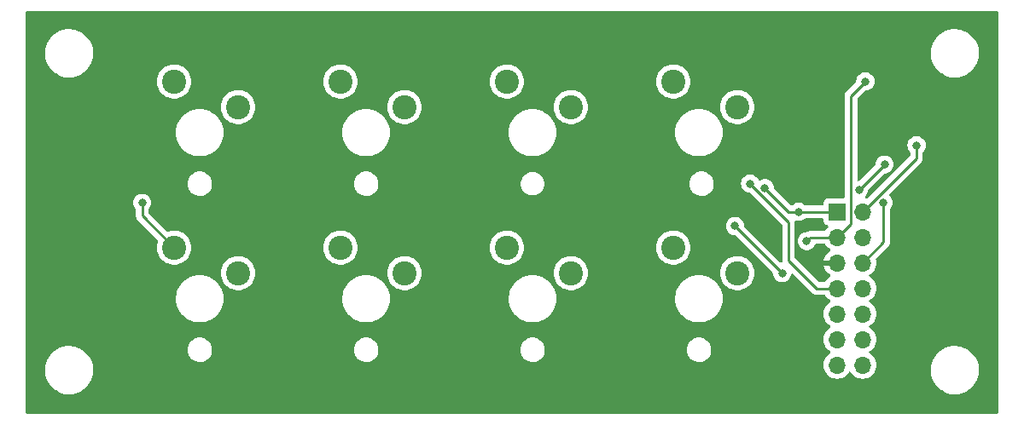
<source format=gbl>
%TF.GenerationSoftware,KiCad,Pcbnew,7.0.8*%
%TF.CreationDate,2023-10-22T18:36:15+02:00*%
%TF.ProjectId,Second test with RGB LEDs,5365636f-6e64-4207-9465-737420776974,rev?*%
%TF.SameCoordinates,Original*%
%TF.FileFunction,Copper,L2,Bot*%
%TF.FilePolarity,Positive*%
%FSLAX46Y46*%
G04 Gerber Fmt 4.6, Leading zero omitted, Abs format (unit mm)*
G04 Created by KiCad (PCBNEW 7.0.8) date 2023-10-22 18:36:15*
%MOMM*%
%LPD*%
G01*
G04 APERTURE LIST*
%TA.AperFunction,ComponentPad*%
%ADD10C,2.400000*%
%TD*%
%TA.AperFunction,ComponentPad*%
%ADD11R,1.700000X1.700000*%
%TD*%
%TA.AperFunction,ComponentPad*%
%ADD12O,1.700000X1.700000*%
%TD*%
%TA.AperFunction,ViaPad*%
%ADD13C,0.800000*%
%TD*%
%TA.AperFunction,Conductor*%
%ADD14C,0.250000*%
%TD*%
G04 APERTURE END LIST*
D10*
%TO.P,KEY4,1,1*%
%TO.N,Net-(U1-D)*%
X130810000Y-49530000D03*
%TO.P,KEY4,2,2*%
%TO.N,+3V3*%
X124459988Y-46989994D03*
%TD*%
%TO.P,KEY1,1,1*%
%TO.N,Net-(U1-A)*%
X180340007Y-49529995D03*
%TO.P,KEY1,2,2*%
%TO.N,+3V3*%
X173989995Y-46989989D03*
%TD*%
%TO.P,KEY8,1,1*%
%TO.N,Net-(U1-H)*%
X180340000Y-66040000D03*
%TO.P,KEY8,2,2*%
%TO.N,+3V3*%
X173989988Y-63499994D03*
%TD*%
%TO.P,KEY3,1,1*%
%TO.N,Net-(U1-C)*%
X147320007Y-49529995D03*
%TO.P,KEY3,2,2*%
%TO.N,+3V3*%
X140969995Y-46989989D03*
%TD*%
%TO.P,KEY7,1,1*%
%TO.N,Net-(U1-G)*%
X163830000Y-66040000D03*
%TO.P,KEY7,2,2*%
%TO.N,+3V3*%
X157479988Y-63499994D03*
%TD*%
%TO.P,KEY5,1,1*%
%TO.N,Net-(U1-E)*%
X130810000Y-66040000D03*
%TO.P,KEY5,2,2*%
%TO.N,+3V3*%
X124459988Y-63499994D03*
%TD*%
%TO.P,KEY2,1,1*%
%TO.N,Net-(U1-B)*%
X163830008Y-49529996D03*
%TO.P,KEY2,2,2*%
%TO.N,+3V3*%
X157479996Y-46989990D03*
%TD*%
%TO.P,KEY6,1,1*%
%TO.N,Net-(U1-F)*%
X147320000Y-66040000D03*
%TO.P,KEY6,2,2*%
%TO.N,+3V3*%
X140969988Y-63499994D03*
%TD*%
D11*
%TO.P,J1,1,Pin_1*%
%TO.N,+5V*%
X190241000Y-59944000D03*
D12*
%TO.P,J1,2,Pin_2*%
%TO.N,Net-(J1-Pin_2)*%
X192781000Y-59944000D03*
%TO.P,J1,3,Pin_3*%
%TO.N,+3V3*%
X190241000Y-62484000D03*
%TO.P,J1,4,Pin_4*%
%TO.N,Net-(J1-Pin_4)*%
X192781000Y-62484000D03*
%TO.P,J1,5,Pin_5*%
%TO.N,GND*%
X190241000Y-65024000D03*
%TO.P,J1,6,Pin_6*%
%TO.N,Net-(J1-Pin_6)*%
X192781000Y-65024000D03*
%TO.P,J1,7,Pin_7*%
%TO.N,Net-(D1-DIN)*%
X190241000Y-67564000D03*
%TO.P,J1,8,Pin_8*%
%TO.N,Net-(J1-Pin_8)*%
X192781000Y-67564000D03*
%TO.P,J1,9,Pin_9*%
%TO.N,Net-(D8-DOUT)*%
X190241000Y-70104000D03*
%TO.P,J1,10,Pin_10*%
%TO.N,Net-(J1-Pin_10)*%
X192781000Y-70104000D03*
%TO.P,J1,11,Pin_11*%
%TO.N,unconnected-(J1-Pin_11-Pad11)*%
X190241000Y-72644000D03*
%TO.P,J1,12,Pin_12*%
%TO.N,Net-(J1-Pin_12)*%
X192781000Y-72644000D03*
%TO.P,J1,13,Pin_13*%
%TO.N,unconnected-(J1-Pin_13-Pad13)*%
X190241000Y-75184000D03*
%TO.P,J1,14,Pin_14*%
%TO.N,unconnected-(J1-Pin_14-Pad14)*%
X192781000Y-75184000D03*
%TD*%
D13*
%TO.N,+5V*%
X186436000Y-59944000D03*
%TO.N,GND*%
X186144500Y-55245000D03*
X182880000Y-53975000D03*
X150114000Y-77978000D03*
X155194000Y-67564000D03*
X137414000Y-68326000D03*
%TO.N,Net-(D1-DIN)*%
X181610000Y-57150000D03*
%TO.N,+5V*%
X183074799Y-57590201D03*
%TO.N,Net-(J1-Pin_2)*%
X198120000Y-53340000D03*
%TO.N,+3V3*%
X187216690Y-62865000D03*
X184785000Y-66040000D03*
X121285000Y-59055000D03*
X193040000Y-46990000D03*
X180105201Y-61360201D03*
%TO.N,Net-(J1-Pin_6)*%
X194855500Y-59055000D03*
%TO.N,Net-(J1-Pin_8)*%
X194945000Y-55245000D03*
X192405000Y-57785000D03*
%TD*%
D14*
%TO.N,+5V*%
X185428598Y-59944000D02*
X186436000Y-59944000D01*
X186436000Y-59944000D02*
X190241000Y-59944000D01*
%TO.N,GND*%
X182880000Y-53975000D02*
X184150000Y-55245000D01*
X184150000Y-55245000D02*
X186144500Y-55245000D01*
%TO.N,Net-(D1-DIN)*%
X181610000Y-57150000D02*
X185420000Y-60960000D01*
X185420000Y-64770000D02*
X188214000Y-67564000D01*
X185420000Y-60960000D02*
X185420000Y-64770000D01*
X188214000Y-67564000D02*
X190241000Y-67564000D01*
%TO.N,+5V*%
X183074799Y-57590201D02*
X185428598Y-59944000D01*
%TO.N,Net-(J1-Pin_2)*%
X198120000Y-54605000D02*
X192781000Y-59944000D01*
X198120000Y-53340000D02*
X198120000Y-54605000D01*
%TO.N,+3V3*%
X121285000Y-59055000D02*
X121285000Y-60325006D01*
X187597690Y-62484000D02*
X190241000Y-62484000D01*
X187216690Y-62865000D02*
X187597690Y-62484000D01*
X121285000Y-60325006D02*
X124459988Y-63499994D01*
X191606000Y-48424000D02*
X191606000Y-61119000D01*
X180105201Y-61360201D02*
X184785000Y-66040000D01*
X191606000Y-61119000D02*
X190241000Y-62484000D01*
X193040000Y-46990000D02*
X191606000Y-48424000D01*
%TO.N,Net-(J1-Pin_6)*%
X194855500Y-62949500D02*
X192781000Y-65024000D01*
X194855500Y-59055000D02*
X194855500Y-62949500D01*
%TO.N,Net-(J1-Pin_8)*%
X192405000Y-57785000D02*
X194945000Y-55245000D01*
%TD*%
%TA.AperFunction,Conductor*%
%TO.N,GND*%
G36*
X188833540Y-60589185D02*
G01*
X188879295Y-60641989D01*
X188890501Y-60693500D01*
X188890501Y-60841876D01*
X188896908Y-60901483D01*
X188947202Y-61036328D01*
X188947206Y-61036335D01*
X189033452Y-61151544D01*
X189033455Y-61151547D01*
X189148664Y-61237793D01*
X189148671Y-61237797D01*
X189280081Y-61286810D01*
X189336015Y-61328681D01*
X189360432Y-61394145D01*
X189345580Y-61462418D01*
X189324430Y-61490673D01*
X189202503Y-61612600D01*
X189067348Y-61805623D01*
X189012771Y-61849248D01*
X188965773Y-61858500D01*
X187680427Y-61858500D01*
X187664810Y-61856776D01*
X187664783Y-61857062D01*
X187657021Y-61856327D01*
X187587893Y-61858500D01*
X187558340Y-61858500D01*
X187557619Y-61858590D01*
X187551447Y-61859369D01*
X187545635Y-61859826D01*
X187499062Y-61861290D01*
X187499059Y-61861291D01*
X187479816Y-61866881D01*
X187460773Y-61870825D01*
X187440894Y-61873336D01*
X187440893Y-61873337D01*
X187397568Y-61890490D01*
X187392042Y-61892382D01*
X187347298Y-61905383D01*
X187347294Y-61905385D01*
X187330055Y-61915580D01*
X187312588Y-61924137D01*
X187293960Y-61931512D01*
X187281149Y-61940820D01*
X187215342Y-61964298D01*
X187208266Y-61964500D01*
X187122044Y-61964500D01*
X187089587Y-61971398D01*
X186936887Y-62003855D01*
X186936882Y-62003857D01*
X186763960Y-62080848D01*
X186763955Y-62080851D01*
X186610819Y-62192111D01*
X186484156Y-62332785D01*
X186389511Y-62496715D01*
X186389508Y-62496722D01*
X186331017Y-62676740D01*
X186331016Y-62676744D01*
X186311230Y-62865000D01*
X186331016Y-63053256D01*
X186331017Y-63053259D01*
X186389508Y-63233277D01*
X186389511Y-63233284D01*
X186484157Y-63397216D01*
X186576699Y-63499994D01*
X186610819Y-63537888D01*
X186763955Y-63649148D01*
X186763960Y-63649151D01*
X186936882Y-63726142D01*
X186936887Y-63726144D01*
X187122044Y-63765500D01*
X187122045Y-63765500D01*
X187311334Y-63765500D01*
X187311336Y-63765500D01*
X187496493Y-63726144D01*
X187669420Y-63649151D01*
X187822561Y-63537888D01*
X187949223Y-63397216D01*
X188043869Y-63233284D01*
X188056249Y-63195183D01*
X188095686Y-63137507D01*
X188160044Y-63110308D01*
X188174180Y-63109500D01*
X188965773Y-63109500D01*
X189032812Y-63129185D01*
X189067348Y-63162377D01*
X189201557Y-63354048D01*
X189202505Y-63355401D01*
X189369599Y-63522495D01*
X189550482Y-63649151D01*
X189555594Y-63652730D01*
X189599219Y-63707307D01*
X189606413Y-63776805D01*
X189574890Y-63839160D01*
X189555595Y-63855880D01*
X189369922Y-63985890D01*
X189369920Y-63985891D01*
X189202891Y-64152920D01*
X189202886Y-64152926D01*
X189067400Y-64346420D01*
X189067399Y-64346422D01*
X188967570Y-64560507D01*
X188967567Y-64560513D01*
X188910364Y-64773999D01*
X188910364Y-64774000D01*
X189807314Y-64774000D01*
X189781507Y-64814156D01*
X189741000Y-64952111D01*
X189741000Y-65095889D01*
X189781507Y-65233844D01*
X189807314Y-65274000D01*
X188910364Y-65274000D01*
X188967567Y-65487486D01*
X188967570Y-65487492D01*
X189067399Y-65701578D01*
X189202894Y-65895082D01*
X189369917Y-66062105D01*
X189555595Y-66192119D01*
X189599219Y-66246696D01*
X189606412Y-66316195D01*
X189574890Y-66378549D01*
X189555595Y-66395269D01*
X189369594Y-66525508D01*
X189202505Y-66692597D01*
X189067348Y-66885623D01*
X189012771Y-66929248D01*
X188965773Y-66938500D01*
X188524452Y-66938500D01*
X188457413Y-66918815D01*
X188436771Y-66902181D01*
X186081819Y-64547228D01*
X186048334Y-64485905D01*
X186045500Y-64459547D01*
X186045500Y-61042742D01*
X186047224Y-61027122D01*
X186046939Y-61027095D01*
X186047673Y-61019333D01*
X186045500Y-60950172D01*
X186045500Y-60934741D01*
X186065185Y-60867702D01*
X186117989Y-60821947D01*
X186187147Y-60812003D01*
X186195266Y-60813448D01*
X186341354Y-60844500D01*
X186341355Y-60844500D01*
X186530644Y-60844500D01*
X186530646Y-60844500D01*
X186715803Y-60805144D01*
X186888730Y-60728151D01*
X187041871Y-60616888D01*
X187044788Y-60613647D01*
X187047600Y-60610526D01*
X187107087Y-60573879D01*
X187139748Y-60569500D01*
X188766501Y-60569500D01*
X188833540Y-60589185D01*
G37*
%TD.AperFunction*%
%TA.AperFunction,Conductor*%
G36*
X206190539Y-40025185D02*
G01*
X206236294Y-40077989D01*
X206247500Y-40129500D01*
X206247500Y-79885500D01*
X206227815Y-79952539D01*
X206175011Y-79998294D01*
X206123500Y-80009500D01*
X109852500Y-80009500D01*
X109785461Y-79989815D01*
X109739706Y-79937011D01*
X109728500Y-79885500D01*
X109728500Y-75614903D01*
X111641793Y-75614903D01*
X111651672Y-75922970D01*
X111651672Y-75922975D01*
X111651673Y-75922978D01*
X111700867Y-76227261D01*
X111745137Y-76376419D01*
X111788571Y-76522763D01*
X111913333Y-76804601D01*
X111913337Y-76804609D01*
X112073123Y-77068193D01*
X112073127Y-77068198D01*
X112073133Y-77068207D01*
X112265297Y-77309174D01*
X112265299Y-77309176D01*
X112265303Y-77309180D01*
X112265304Y-77309181D01*
X112486724Y-77523614D01*
X112653862Y-77648352D01*
X112733741Y-77707968D01*
X112733743Y-77707969D01*
X112733747Y-77707972D01*
X113002318Y-77859228D01*
X113143057Y-77916207D01*
X113288018Y-77974897D01*
X113288023Y-77974898D01*
X113288025Y-77974899D01*
X113586179Y-78053084D01*
X113891883Y-78092500D01*
X113891890Y-78092500D01*
X114122980Y-78092500D01*
X114221814Y-78086154D01*
X114353601Y-78077693D01*
X114656151Y-78018772D01*
X114948683Y-77921644D01*
X114948689Y-77921640D01*
X114948693Y-77921640D01*
X115139571Y-77829717D01*
X115226393Y-77787907D01*
X115484720Y-77619754D01*
X115719424Y-77419948D01*
X115926650Y-77191769D01*
X116102996Y-76938963D01*
X116245567Y-76665683D01*
X116352020Y-76376415D01*
X116420609Y-76075908D01*
X116450206Y-75769098D01*
X116440327Y-75461022D01*
X116391133Y-75156739D01*
X116303431Y-74861244D01*
X116303429Y-74861239D01*
X116303428Y-74861236D01*
X116178666Y-74579398D01*
X116178663Y-74579391D01*
X116018877Y-74315807D01*
X116018870Y-74315799D01*
X116018866Y-74315792D01*
X115826702Y-74074825D01*
X115826700Y-74074823D01*
X115765521Y-74015575D01*
X115605276Y-73860386D01*
X115439996Y-73737034D01*
X115358258Y-73676031D01*
X115358253Y-73676028D01*
X115329794Y-73660000D01*
X125779658Y-73660000D01*
X125798197Y-73871905D01*
X125798199Y-73871915D01*
X125853251Y-74077374D01*
X125853253Y-74077378D01*
X125853254Y-74077382D01*
X125913625Y-74206848D01*
X125943153Y-74270171D01*
X125943155Y-74270175D01*
X126065164Y-74444422D01*
X126215577Y-74594835D01*
X126389824Y-74716844D01*
X126389826Y-74716845D01*
X126389829Y-74716847D01*
X126582618Y-74806746D01*
X126616952Y-74815945D01*
X126620051Y-74816864D01*
X126623717Y-74818055D01*
X126623724Y-74818058D01*
X126631210Y-74819766D01*
X126788090Y-74861802D01*
X126828121Y-74865304D01*
X126836501Y-74866622D01*
X126836550Y-74866634D01*
X126850458Y-74867258D01*
X127000000Y-74880342D01*
X127044021Y-74876490D01*
X127052189Y-74876318D01*
X127054630Y-74876428D01*
X127071274Y-74874173D01*
X127074072Y-74873861D01*
X127211910Y-74861802D01*
X127258518Y-74849313D01*
X127266228Y-74847765D01*
X127270954Y-74847125D01*
X127289526Y-74841090D01*
X127292533Y-74840198D01*
X127417382Y-74806746D01*
X127464865Y-74784604D01*
X127471878Y-74781841D01*
X127478569Y-74779667D01*
X127497270Y-74769603D01*
X127500356Y-74768054D01*
X127610171Y-74716847D01*
X127656550Y-74684371D01*
X127662718Y-74680571D01*
X127670802Y-74676221D01*
X127688130Y-74662401D01*
X127691138Y-74660153D01*
X127784421Y-74594836D01*
X127827519Y-74551737D01*
X127832666Y-74547138D01*
X127841475Y-74540114D01*
X127856257Y-74523193D01*
X127859047Y-74520209D01*
X127934836Y-74444421D01*
X127972315Y-74390895D01*
X127976399Y-74385680D01*
X127985103Y-74375719D01*
X127996543Y-74356570D01*
X127998931Y-74352883D01*
X128056847Y-74270171D01*
X128086389Y-74206816D01*
X128089328Y-74201273D01*
X128097068Y-74188320D01*
X128104704Y-74167972D01*
X128106534Y-74163615D01*
X128146746Y-74077382D01*
X128166045Y-74005355D01*
X128167864Y-73999683D01*
X128173773Y-73983941D01*
X128177494Y-73963433D01*
X128178609Y-73958466D01*
X128184495Y-73936500D01*
X128201802Y-73871910D01*
X128208721Y-73792825D01*
X128209473Y-73787214D01*
X128212752Y-73769150D01*
X128213382Y-73741004D01*
X128213598Y-73737074D01*
X128220342Y-73660000D01*
X142289658Y-73660000D01*
X142308197Y-73871905D01*
X142308199Y-73871915D01*
X142363251Y-74077374D01*
X142363253Y-74077378D01*
X142363254Y-74077382D01*
X142423625Y-74206848D01*
X142453153Y-74270171D01*
X142453155Y-74270175D01*
X142575164Y-74444422D01*
X142725577Y-74594835D01*
X142899824Y-74716844D01*
X142899826Y-74716845D01*
X142899829Y-74716847D01*
X143092618Y-74806746D01*
X143126952Y-74815945D01*
X143130051Y-74816864D01*
X143133717Y-74818055D01*
X143133724Y-74818058D01*
X143141210Y-74819766D01*
X143298090Y-74861802D01*
X143338121Y-74865304D01*
X143346501Y-74866622D01*
X143346550Y-74866634D01*
X143360458Y-74867258D01*
X143510000Y-74880342D01*
X143554021Y-74876490D01*
X143562189Y-74876318D01*
X143564630Y-74876428D01*
X143581274Y-74874173D01*
X143584072Y-74873861D01*
X143721910Y-74861802D01*
X143768518Y-74849313D01*
X143776228Y-74847765D01*
X143780954Y-74847125D01*
X143799526Y-74841090D01*
X143802533Y-74840198D01*
X143927382Y-74806746D01*
X143974865Y-74784604D01*
X143981878Y-74781841D01*
X143988569Y-74779667D01*
X144007270Y-74769603D01*
X144010356Y-74768054D01*
X144120171Y-74716847D01*
X144166550Y-74684371D01*
X144172718Y-74680571D01*
X144180802Y-74676221D01*
X144198130Y-74662401D01*
X144201138Y-74660153D01*
X144294421Y-74594836D01*
X144337519Y-74551737D01*
X144342666Y-74547138D01*
X144351475Y-74540114D01*
X144366257Y-74523193D01*
X144369047Y-74520209D01*
X144444836Y-74444421D01*
X144482315Y-74390895D01*
X144486399Y-74385680D01*
X144495103Y-74375719D01*
X144506543Y-74356570D01*
X144508931Y-74352883D01*
X144566847Y-74270171D01*
X144596389Y-74206816D01*
X144599328Y-74201273D01*
X144607068Y-74188320D01*
X144614704Y-74167972D01*
X144616534Y-74163615D01*
X144656746Y-74077382D01*
X144676045Y-74005355D01*
X144677864Y-73999683D01*
X144683773Y-73983941D01*
X144687494Y-73963433D01*
X144688609Y-73958466D01*
X144694495Y-73936500D01*
X144711802Y-73871910D01*
X144718721Y-73792825D01*
X144719473Y-73787214D01*
X144722752Y-73769150D01*
X144723382Y-73741004D01*
X144723598Y-73737074D01*
X144730342Y-73660000D01*
X158799658Y-73660000D01*
X158818197Y-73871905D01*
X158818199Y-73871915D01*
X158873251Y-74077374D01*
X158873253Y-74077378D01*
X158873254Y-74077382D01*
X158933625Y-74206848D01*
X158963153Y-74270171D01*
X158963155Y-74270175D01*
X159085164Y-74444422D01*
X159235577Y-74594835D01*
X159409824Y-74716844D01*
X159409826Y-74716845D01*
X159409829Y-74716847D01*
X159602618Y-74806746D01*
X159636952Y-74815945D01*
X159640051Y-74816864D01*
X159643717Y-74818055D01*
X159643724Y-74818058D01*
X159651210Y-74819766D01*
X159808090Y-74861802D01*
X159848121Y-74865304D01*
X159856501Y-74866622D01*
X159856550Y-74866634D01*
X159870458Y-74867258D01*
X160020000Y-74880342D01*
X160064021Y-74876490D01*
X160072189Y-74876318D01*
X160074630Y-74876428D01*
X160091274Y-74874173D01*
X160094072Y-74873861D01*
X160231910Y-74861802D01*
X160278518Y-74849313D01*
X160286228Y-74847765D01*
X160290954Y-74847125D01*
X160309526Y-74841090D01*
X160312533Y-74840198D01*
X160437382Y-74806746D01*
X160484865Y-74784604D01*
X160491878Y-74781841D01*
X160498569Y-74779667D01*
X160517270Y-74769603D01*
X160520356Y-74768054D01*
X160630171Y-74716847D01*
X160676550Y-74684371D01*
X160682718Y-74680571D01*
X160690802Y-74676221D01*
X160708130Y-74662401D01*
X160711138Y-74660153D01*
X160804421Y-74594836D01*
X160847519Y-74551737D01*
X160852666Y-74547138D01*
X160861475Y-74540114D01*
X160876257Y-74523193D01*
X160879047Y-74520209D01*
X160954836Y-74444421D01*
X160992315Y-74390895D01*
X160996399Y-74385680D01*
X161005103Y-74375719D01*
X161016543Y-74356570D01*
X161018931Y-74352883D01*
X161076847Y-74270171D01*
X161106389Y-74206816D01*
X161109328Y-74201273D01*
X161117068Y-74188320D01*
X161124704Y-74167972D01*
X161126534Y-74163615D01*
X161166746Y-74077382D01*
X161186045Y-74005355D01*
X161187864Y-73999683D01*
X161193773Y-73983941D01*
X161197494Y-73963433D01*
X161198609Y-73958466D01*
X161204495Y-73936500D01*
X161221802Y-73871910D01*
X161228721Y-73792825D01*
X161229473Y-73787214D01*
X161232752Y-73769150D01*
X161233382Y-73741004D01*
X161233598Y-73737074D01*
X161240342Y-73660000D01*
X175309658Y-73660000D01*
X175328197Y-73871905D01*
X175328199Y-73871915D01*
X175383251Y-74077374D01*
X175383253Y-74077378D01*
X175383254Y-74077382D01*
X175443625Y-74206848D01*
X175473153Y-74270171D01*
X175473155Y-74270175D01*
X175595164Y-74444422D01*
X175745577Y-74594835D01*
X175919824Y-74716844D01*
X175919826Y-74716845D01*
X175919829Y-74716847D01*
X176112618Y-74806746D01*
X176146952Y-74815945D01*
X176150051Y-74816864D01*
X176153717Y-74818055D01*
X176153724Y-74818058D01*
X176161210Y-74819766D01*
X176318090Y-74861802D01*
X176358121Y-74865304D01*
X176366501Y-74866622D01*
X176366550Y-74866634D01*
X176380458Y-74867258D01*
X176530000Y-74880342D01*
X176574021Y-74876490D01*
X176582189Y-74876318D01*
X176584630Y-74876428D01*
X176601274Y-74874173D01*
X176604072Y-74873861D01*
X176741910Y-74861802D01*
X176788518Y-74849313D01*
X176796228Y-74847765D01*
X176800954Y-74847125D01*
X176819526Y-74841090D01*
X176822533Y-74840198D01*
X176947382Y-74806746D01*
X176994865Y-74784604D01*
X177001878Y-74781841D01*
X177008569Y-74779667D01*
X177027270Y-74769603D01*
X177030356Y-74768054D01*
X177140171Y-74716847D01*
X177186550Y-74684371D01*
X177192718Y-74680571D01*
X177200802Y-74676221D01*
X177218130Y-74662401D01*
X177221138Y-74660153D01*
X177314421Y-74594836D01*
X177357519Y-74551737D01*
X177362666Y-74547138D01*
X177371475Y-74540114D01*
X177386257Y-74523193D01*
X177389047Y-74520209D01*
X177464836Y-74444421D01*
X177502315Y-74390895D01*
X177506399Y-74385680D01*
X177515103Y-74375719D01*
X177526543Y-74356570D01*
X177528931Y-74352883D01*
X177586847Y-74270171D01*
X177616389Y-74206816D01*
X177619328Y-74201273D01*
X177627068Y-74188320D01*
X177634704Y-74167972D01*
X177636534Y-74163615D01*
X177676746Y-74077382D01*
X177696045Y-74005355D01*
X177697864Y-73999683D01*
X177703773Y-73983941D01*
X177707494Y-73963433D01*
X177708609Y-73958466D01*
X177714495Y-73936500D01*
X177731802Y-73871910D01*
X177738721Y-73792825D01*
X177739473Y-73787214D01*
X177742752Y-73769150D01*
X177743382Y-73741004D01*
X177743598Y-73737074D01*
X177750342Y-73660000D01*
X177743599Y-73582929D01*
X177743382Y-73578992D01*
X177742752Y-73550850D01*
X177739473Y-73532782D01*
X177738721Y-73527177D01*
X177731802Y-73448090D01*
X177708607Y-73361524D01*
X177707490Y-73356544D01*
X177703773Y-73336060D01*
X177703773Y-73336059D01*
X177697866Y-73320321D01*
X177696045Y-73314644D01*
X177678727Y-73250012D01*
X177676747Y-73242621D01*
X177676744Y-73242614D01*
X177636548Y-73156412D01*
X177634692Y-73151994D01*
X177627070Y-73131686D01*
X177627068Y-73131680D01*
X177619343Y-73118751D01*
X177616375Y-73113153D01*
X177586847Y-73049829D01*
X177528955Y-72967150D01*
X177526529Y-72963405D01*
X177515103Y-72944281D01*
X177514072Y-72943101D01*
X177506403Y-72934322D01*
X177502304Y-72929089D01*
X177464837Y-72875580D01*
X177464834Y-72875577D01*
X177389066Y-72799809D01*
X177386237Y-72796783D01*
X177379522Y-72789097D01*
X177371473Y-72779883D01*
X177362681Y-72772873D01*
X177357493Y-72768236D01*
X177314421Y-72725164D01*
X177221178Y-72659874D01*
X177218084Y-72657561D01*
X177200802Y-72643779D01*
X177200798Y-72643776D01*
X177192723Y-72639430D01*
X177186541Y-72635620D01*
X177140173Y-72603154D01*
X177030407Y-72551969D01*
X177027229Y-72550374D01*
X177008567Y-72540332D01*
X177008567Y-72540331D01*
X177001900Y-72538166D01*
X176994851Y-72535389D01*
X176947382Y-72513254D01*
X176947378Y-72513253D01*
X176947376Y-72513252D01*
X176822591Y-72479816D01*
X176819480Y-72478894D01*
X176800958Y-72472876D01*
X176800941Y-72472872D01*
X176796223Y-72472233D01*
X176788501Y-72470681D01*
X176741910Y-72458198D01*
X176741911Y-72458198D01*
X176604138Y-72446144D01*
X176601219Y-72445819D01*
X176593196Y-72444732D01*
X176584630Y-72443572D01*
X176584629Y-72443572D01*
X176584622Y-72443571D01*
X176582181Y-72443681D01*
X176573998Y-72443507D01*
X176530002Y-72439658D01*
X176529998Y-72439658D01*
X176380458Y-72452741D01*
X176366544Y-72453366D01*
X176366512Y-72453370D01*
X176366432Y-72453389D01*
X176358078Y-72454698D01*
X176324217Y-72457661D01*
X176318090Y-72458198D01*
X176318087Y-72458198D01*
X176318084Y-72458199D01*
X176161220Y-72500231D01*
X176153716Y-72501943D01*
X176150025Y-72503142D01*
X176146930Y-72504059D01*
X176112616Y-72513254D01*
X175919828Y-72603153D01*
X175919824Y-72603155D01*
X175745577Y-72725164D01*
X175595164Y-72875577D01*
X175473155Y-73049824D01*
X175473153Y-73049828D01*
X175383255Y-73242616D01*
X175383251Y-73242625D01*
X175328199Y-73448084D01*
X175328197Y-73448094D01*
X175309658Y-73659999D01*
X175309658Y-73660000D01*
X161240342Y-73660000D01*
X161233599Y-73582929D01*
X161233382Y-73578992D01*
X161232752Y-73550850D01*
X161229473Y-73532782D01*
X161228721Y-73527177D01*
X161221802Y-73448090D01*
X161198607Y-73361524D01*
X161197490Y-73356544D01*
X161193773Y-73336060D01*
X161193773Y-73336059D01*
X161187866Y-73320321D01*
X161186045Y-73314644D01*
X161168727Y-73250012D01*
X161166747Y-73242621D01*
X161166744Y-73242614D01*
X161126548Y-73156412D01*
X161124692Y-73151994D01*
X161117070Y-73131686D01*
X161117068Y-73131680D01*
X161109343Y-73118751D01*
X161106375Y-73113153D01*
X161076847Y-73049829D01*
X161018955Y-72967150D01*
X161016529Y-72963405D01*
X161005103Y-72944281D01*
X161004072Y-72943101D01*
X160996403Y-72934322D01*
X160992304Y-72929089D01*
X160954837Y-72875580D01*
X160954834Y-72875577D01*
X160879066Y-72799809D01*
X160876237Y-72796783D01*
X160869522Y-72789097D01*
X160861473Y-72779883D01*
X160852681Y-72772873D01*
X160847493Y-72768236D01*
X160804421Y-72725164D01*
X160711178Y-72659874D01*
X160708084Y-72657561D01*
X160690802Y-72643779D01*
X160690798Y-72643776D01*
X160682723Y-72639430D01*
X160676541Y-72635620D01*
X160630173Y-72603154D01*
X160520407Y-72551969D01*
X160517229Y-72550374D01*
X160498567Y-72540332D01*
X160498567Y-72540331D01*
X160491900Y-72538166D01*
X160484851Y-72535389D01*
X160437382Y-72513254D01*
X160437378Y-72513253D01*
X160437376Y-72513252D01*
X160312591Y-72479816D01*
X160309480Y-72478894D01*
X160290958Y-72472876D01*
X160290941Y-72472872D01*
X160286223Y-72472233D01*
X160278501Y-72470681D01*
X160231910Y-72458198D01*
X160231911Y-72458198D01*
X160094138Y-72446144D01*
X160091219Y-72445819D01*
X160083196Y-72444732D01*
X160074630Y-72443572D01*
X160074629Y-72443572D01*
X160074622Y-72443571D01*
X160072181Y-72443681D01*
X160063998Y-72443507D01*
X160020002Y-72439658D01*
X160019998Y-72439658D01*
X159870458Y-72452741D01*
X159856544Y-72453366D01*
X159856512Y-72453370D01*
X159856432Y-72453389D01*
X159848078Y-72454698D01*
X159814217Y-72457661D01*
X159808090Y-72458198D01*
X159808087Y-72458198D01*
X159808084Y-72458199D01*
X159651220Y-72500231D01*
X159643716Y-72501943D01*
X159640025Y-72503142D01*
X159636930Y-72504059D01*
X159602616Y-72513254D01*
X159409828Y-72603153D01*
X159409824Y-72603155D01*
X159235577Y-72725164D01*
X159085164Y-72875577D01*
X158963155Y-73049824D01*
X158963153Y-73049828D01*
X158873255Y-73242616D01*
X158873251Y-73242625D01*
X158818199Y-73448084D01*
X158818197Y-73448094D01*
X158799658Y-73659999D01*
X158799658Y-73660000D01*
X144730342Y-73660000D01*
X144723599Y-73582929D01*
X144723382Y-73578992D01*
X144722752Y-73550850D01*
X144719473Y-73532782D01*
X144718721Y-73527177D01*
X144711802Y-73448090D01*
X144688607Y-73361524D01*
X144687490Y-73356544D01*
X144683773Y-73336060D01*
X144683773Y-73336059D01*
X144677866Y-73320321D01*
X144676045Y-73314644D01*
X144658727Y-73250012D01*
X144656747Y-73242621D01*
X144656744Y-73242614D01*
X144616548Y-73156412D01*
X144614692Y-73151994D01*
X144607070Y-73131686D01*
X144607068Y-73131680D01*
X144599343Y-73118751D01*
X144596375Y-73113153D01*
X144566847Y-73049829D01*
X144508955Y-72967150D01*
X144506529Y-72963405D01*
X144495103Y-72944281D01*
X144494072Y-72943101D01*
X144486403Y-72934322D01*
X144482304Y-72929089D01*
X144444837Y-72875580D01*
X144444834Y-72875577D01*
X144369066Y-72799809D01*
X144366237Y-72796783D01*
X144359522Y-72789097D01*
X144351473Y-72779883D01*
X144342681Y-72772873D01*
X144337493Y-72768236D01*
X144294421Y-72725164D01*
X144201178Y-72659874D01*
X144198084Y-72657561D01*
X144180802Y-72643779D01*
X144180798Y-72643776D01*
X144172723Y-72639430D01*
X144166541Y-72635620D01*
X144120173Y-72603154D01*
X144010407Y-72551969D01*
X144007229Y-72550374D01*
X143988567Y-72540332D01*
X143988567Y-72540331D01*
X143981900Y-72538166D01*
X143974851Y-72535389D01*
X143927382Y-72513254D01*
X143927378Y-72513253D01*
X143927376Y-72513252D01*
X143802591Y-72479816D01*
X143799480Y-72478894D01*
X143780958Y-72472876D01*
X143780941Y-72472872D01*
X143776223Y-72472233D01*
X143768501Y-72470681D01*
X143721910Y-72458198D01*
X143721911Y-72458198D01*
X143584138Y-72446144D01*
X143581219Y-72445819D01*
X143573196Y-72444732D01*
X143564630Y-72443572D01*
X143564629Y-72443572D01*
X143564622Y-72443571D01*
X143562181Y-72443681D01*
X143553998Y-72443507D01*
X143510002Y-72439658D01*
X143509998Y-72439658D01*
X143360458Y-72452741D01*
X143346544Y-72453366D01*
X143346512Y-72453370D01*
X143346432Y-72453389D01*
X143338078Y-72454698D01*
X143304217Y-72457661D01*
X143298090Y-72458198D01*
X143298087Y-72458198D01*
X143298084Y-72458199D01*
X143141220Y-72500231D01*
X143133716Y-72501943D01*
X143130025Y-72503142D01*
X143126930Y-72504059D01*
X143092616Y-72513254D01*
X142899828Y-72603153D01*
X142899824Y-72603155D01*
X142725577Y-72725164D01*
X142575164Y-72875577D01*
X142453155Y-73049824D01*
X142453153Y-73049828D01*
X142363255Y-73242616D01*
X142363251Y-73242625D01*
X142308199Y-73448084D01*
X142308197Y-73448094D01*
X142289658Y-73659999D01*
X142289658Y-73660000D01*
X128220342Y-73660000D01*
X128213599Y-73582929D01*
X128213382Y-73578992D01*
X128212752Y-73550850D01*
X128209473Y-73532782D01*
X128208721Y-73527177D01*
X128201802Y-73448090D01*
X128178607Y-73361524D01*
X128177490Y-73356544D01*
X128173773Y-73336060D01*
X128173773Y-73336059D01*
X128167866Y-73320321D01*
X128166045Y-73314644D01*
X128148727Y-73250012D01*
X128146747Y-73242621D01*
X128146744Y-73242614D01*
X128106548Y-73156412D01*
X128104692Y-73151994D01*
X128097070Y-73131686D01*
X128097068Y-73131680D01*
X128089343Y-73118751D01*
X128086375Y-73113153D01*
X128056847Y-73049829D01*
X127998955Y-72967150D01*
X127996529Y-72963405D01*
X127985103Y-72944281D01*
X127984072Y-72943101D01*
X127976403Y-72934322D01*
X127972304Y-72929089D01*
X127934837Y-72875580D01*
X127934834Y-72875577D01*
X127859066Y-72799809D01*
X127856237Y-72796783D01*
X127849522Y-72789097D01*
X127841473Y-72779883D01*
X127832681Y-72772873D01*
X127827493Y-72768236D01*
X127784421Y-72725164D01*
X127691178Y-72659874D01*
X127688084Y-72657561D01*
X127670802Y-72643779D01*
X127670798Y-72643776D01*
X127662723Y-72639430D01*
X127656541Y-72635620D01*
X127610173Y-72603154D01*
X127500407Y-72551969D01*
X127497229Y-72550374D01*
X127478567Y-72540332D01*
X127478567Y-72540331D01*
X127471900Y-72538166D01*
X127464851Y-72535389D01*
X127417382Y-72513254D01*
X127417378Y-72513253D01*
X127417376Y-72513252D01*
X127292591Y-72479816D01*
X127289480Y-72478894D01*
X127270958Y-72472876D01*
X127270941Y-72472872D01*
X127266223Y-72472233D01*
X127258501Y-72470681D01*
X127211910Y-72458198D01*
X127211911Y-72458198D01*
X127074138Y-72446144D01*
X127071219Y-72445819D01*
X127063196Y-72444732D01*
X127054630Y-72443572D01*
X127054629Y-72443572D01*
X127054622Y-72443571D01*
X127052181Y-72443681D01*
X127043998Y-72443507D01*
X127000002Y-72439658D01*
X126999998Y-72439658D01*
X126850458Y-72452741D01*
X126836544Y-72453366D01*
X126836512Y-72453370D01*
X126836432Y-72453389D01*
X126828078Y-72454698D01*
X126794217Y-72457661D01*
X126788090Y-72458198D01*
X126788087Y-72458198D01*
X126788084Y-72458199D01*
X126631220Y-72500231D01*
X126623716Y-72501943D01*
X126620025Y-72503142D01*
X126616930Y-72504059D01*
X126582616Y-72513254D01*
X126389828Y-72603153D01*
X126389824Y-72603155D01*
X126215577Y-72725164D01*
X126065164Y-72875577D01*
X125943155Y-73049824D01*
X125943153Y-73049828D01*
X125853255Y-73242616D01*
X125853251Y-73242625D01*
X125798199Y-73448084D01*
X125798197Y-73448094D01*
X125779658Y-73659999D01*
X125779658Y-73660000D01*
X115329794Y-73660000D01*
X115089682Y-73524772D01*
X115052383Y-73509671D01*
X114803981Y-73409102D01*
X114622543Y-73361524D01*
X114505821Y-73330916D01*
X114200117Y-73291500D01*
X113969026Y-73291500D01*
X113969020Y-73291500D01*
X113738406Y-73306306D01*
X113738389Y-73306308D01*
X113435854Y-73365226D01*
X113435849Y-73365228D01*
X113143310Y-73462358D01*
X113143306Y-73462359D01*
X112865613Y-73596089D01*
X112865605Y-73596094D01*
X112607286Y-73764241D01*
X112607276Y-73764248D01*
X112372581Y-73964046D01*
X112372571Y-73964056D01*
X112165354Y-74192225D01*
X112165350Y-74192229D01*
X111989005Y-74445033D01*
X111989003Y-74445037D01*
X111866125Y-74680571D01*
X111847202Y-74716844D01*
X111846432Y-74718319D01*
X111846429Y-74718326D01*
X111739981Y-75007580D01*
X111739979Y-75007590D01*
X111671391Y-75308089D01*
X111641794Y-75614902D01*
X111641793Y-75614903D01*
X109728500Y-75614903D01*
X109728500Y-68580005D01*
X124644450Y-68580005D01*
X124662572Y-68856500D01*
X124664602Y-68887463D01*
X124664604Y-68887475D01*
X124724711Y-69189656D01*
X124724715Y-69189671D01*
X124823753Y-69481427D01*
X124823762Y-69481448D01*
X124960027Y-69757766D01*
X124960031Y-69757772D01*
X124960033Y-69757776D01*
X125131214Y-70013968D01*
X125131216Y-70013970D01*
X125334372Y-70245625D01*
X125441311Y-70339408D01*
X125566029Y-70448783D01*
X125822222Y-70619965D01*
X125822225Y-70619966D01*
X125822231Y-70619970D01*
X126098549Y-70756235D01*
X126098554Y-70756237D01*
X126098566Y-70756243D01*
X126390334Y-70855285D01*
X126692533Y-70915396D01*
X126923052Y-70930505D01*
X126923055Y-70930505D01*
X127076931Y-70930505D01*
X127076934Y-70930505D01*
X127307453Y-70915396D01*
X127609652Y-70855285D01*
X127901420Y-70756243D01*
X128177764Y-70619965D01*
X128433957Y-70448783D01*
X128665613Y-70245625D01*
X128868771Y-70013969D01*
X129039953Y-69757777D01*
X129176231Y-69481432D01*
X129194991Y-69426169D01*
X129275269Y-69189676D01*
X129275269Y-69189675D01*
X129275273Y-69189664D01*
X129335384Y-68887465D01*
X129355536Y-68580005D01*
X141154450Y-68580005D01*
X141172572Y-68856500D01*
X141174602Y-68887463D01*
X141174604Y-68887475D01*
X141234711Y-69189656D01*
X141234715Y-69189671D01*
X141333753Y-69481427D01*
X141333762Y-69481448D01*
X141470027Y-69757766D01*
X141470031Y-69757772D01*
X141470033Y-69757776D01*
X141641214Y-70013968D01*
X141641216Y-70013970D01*
X141844372Y-70245625D01*
X141951311Y-70339408D01*
X142076029Y-70448783D01*
X142332222Y-70619965D01*
X142332225Y-70619966D01*
X142332231Y-70619970D01*
X142608549Y-70756235D01*
X142608554Y-70756237D01*
X142608566Y-70756243D01*
X142900334Y-70855285D01*
X143202533Y-70915396D01*
X143433052Y-70930505D01*
X143433055Y-70930505D01*
X143586931Y-70930505D01*
X143586934Y-70930505D01*
X143817453Y-70915396D01*
X144119652Y-70855285D01*
X144411420Y-70756243D01*
X144687764Y-70619965D01*
X144943957Y-70448783D01*
X145175613Y-70245625D01*
X145378771Y-70013969D01*
X145549953Y-69757777D01*
X145686231Y-69481432D01*
X145704991Y-69426169D01*
X145785269Y-69189676D01*
X145785269Y-69189675D01*
X145785273Y-69189664D01*
X145845384Y-68887465D01*
X145865536Y-68580005D01*
X157664450Y-68580005D01*
X157682572Y-68856500D01*
X157684602Y-68887463D01*
X157684604Y-68887475D01*
X157744711Y-69189656D01*
X157744715Y-69189671D01*
X157843753Y-69481427D01*
X157843762Y-69481448D01*
X157980027Y-69757766D01*
X157980031Y-69757772D01*
X157980033Y-69757776D01*
X158151214Y-70013968D01*
X158151216Y-70013970D01*
X158354372Y-70245625D01*
X158461311Y-70339408D01*
X158586029Y-70448783D01*
X158842222Y-70619965D01*
X158842225Y-70619966D01*
X158842231Y-70619970D01*
X159118549Y-70756235D01*
X159118554Y-70756237D01*
X159118566Y-70756243D01*
X159410334Y-70855285D01*
X159712533Y-70915396D01*
X159943052Y-70930505D01*
X159943055Y-70930505D01*
X160096931Y-70930505D01*
X160096934Y-70930505D01*
X160327453Y-70915396D01*
X160629652Y-70855285D01*
X160921420Y-70756243D01*
X161197764Y-70619965D01*
X161453957Y-70448783D01*
X161685613Y-70245625D01*
X161888771Y-70013969D01*
X162059953Y-69757777D01*
X162196231Y-69481432D01*
X162214991Y-69426169D01*
X162295269Y-69189676D01*
X162295269Y-69189675D01*
X162295273Y-69189664D01*
X162355384Y-68887465D01*
X162375536Y-68580005D01*
X174174450Y-68580005D01*
X174192572Y-68856500D01*
X174194602Y-68887463D01*
X174194604Y-68887475D01*
X174254711Y-69189656D01*
X174254715Y-69189671D01*
X174353753Y-69481427D01*
X174353762Y-69481448D01*
X174490027Y-69757766D01*
X174490031Y-69757772D01*
X174490033Y-69757776D01*
X174661214Y-70013968D01*
X174661216Y-70013970D01*
X174864372Y-70245625D01*
X174971311Y-70339408D01*
X175096029Y-70448783D01*
X175352222Y-70619965D01*
X175352225Y-70619966D01*
X175352231Y-70619970D01*
X175628549Y-70756235D01*
X175628554Y-70756237D01*
X175628566Y-70756243D01*
X175920334Y-70855285D01*
X176222533Y-70915396D01*
X176453052Y-70930505D01*
X176453055Y-70930505D01*
X176606931Y-70930505D01*
X176606934Y-70930505D01*
X176837453Y-70915396D01*
X177139652Y-70855285D01*
X177431420Y-70756243D01*
X177707764Y-70619965D01*
X177963957Y-70448783D01*
X178195613Y-70245625D01*
X178398771Y-70013969D01*
X178569953Y-69757777D01*
X178706231Y-69481432D01*
X178724991Y-69426169D01*
X178805269Y-69189676D01*
X178805269Y-69189675D01*
X178805273Y-69189664D01*
X178865384Y-68887465D01*
X178885536Y-68580005D01*
X178865384Y-68272545D01*
X178805273Y-67970346D01*
X178706231Y-67678578D01*
X178706223Y-67678561D01*
X178569958Y-67402243D01*
X178569949Y-67402228D01*
X178567644Y-67398779D01*
X178398771Y-67146041D01*
X178351349Y-67091967D01*
X178195613Y-66914384D01*
X177963958Y-66711228D01*
X177707769Y-66540048D01*
X177707754Y-66540039D01*
X177431436Y-66403774D01*
X177431415Y-66403765D01*
X177139659Y-66304727D01*
X177139653Y-66304725D01*
X177139652Y-66304725D01*
X177139650Y-66304724D01*
X177139644Y-66304723D01*
X176837463Y-66244616D01*
X176837453Y-66244614D01*
X176606934Y-66229505D01*
X176453052Y-66229505D01*
X176222533Y-66244614D01*
X176222527Y-66244615D01*
X176222522Y-66244616D01*
X175920341Y-66304723D01*
X175920326Y-66304727D01*
X175628570Y-66403765D01*
X175628549Y-66403774D01*
X175352231Y-66540039D01*
X175352216Y-66540048D01*
X175096027Y-66711228D01*
X174864372Y-66914384D01*
X174661215Y-67146041D01*
X174661205Y-67146053D01*
X174490034Y-67402230D01*
X174490030Y-67402237D01*
X174353755Y-67678575D01*
X174353751Y-67678585D01*
X174254716Y-67970333D01*
X174254711Y-67970353D01*
X174200711Y-68241834D01*
X174194602Y-68272545D01*
X174174450Y-68580005D01*
X162375536Y-68580005D01*
X162355384Y-68272545D01*
X162295273Y-67970346D01*
X162196231Y-67678578D01*
X162196223Y-67678561D01*
X162059958Y-67402243D01*
X162059949Y-67402228D01*
X162057644Y-67398779D01*
X161888771Y-67146041D01*
X161841349Y-67091967D01*
X161685613Y-66914384D01*
X161453958Y-66711228D01*
X161197769Y-66540048D01*
X161197754Y-66540039D01*
X160921436Y-66403774D01*
X160921415Y-66403765D01*
X160629659Y-66304727D01*
X160629653Y-66304725D01*
X160629652Y-66304725D01*
X160629650Y-66304724D01*
X160629644Y-66304723D01*
X160327463Y-66244616D01*
X160327453Y-66244614D01*
X160096934Y-66229505D01*
X159943052Y-66229505D01*
X159712533Y-66244614D01*
X159712527Y-66244615D01*
X159712522Y-66244616D01*
X159410341Y-66304723D01*
X159410326Y-66304727D01*
X159118570Y-66403765D01*
X159118549Y-66403774D01*
X158842231Y-66540039D01*
X158842216Y-66540048D01*
X158586027Y-66711228D01*
X158354372Y-66914384D01*
X158151215Y-67146041D01*
X158151205Y-67146053D01*
X157980034Y-67402230D01*
X157980030Y-67402237D01*
X157843755Y-67678575D01*
X157843751Y-67678585D01*
X157744716Y-67970333D01*
X157744711Y-67970353D01*
X157690711Y-68241834D01*
X157684602Y-68272545D01*
X157664450Y-68580005D01*
X145865536Y-68580005D01*
X145845384Y-68272545D01*
X145785273Y-67970346D01*
X145686231Y-67678578D01*
X145686223Y-67678561D01*
X145549958Y-67402243D01*
X145549949Y-67402228D01*
X145547644Y-67398779D01*
X145378771Y-67146041D01*
X145331349Y-67091967D01*
X145175613Y-66914384D01*
X144943958Y-66711228D01*
X144687769Y-66540048D01*
X144687754Y-66540039D01*
X144411436Y-66403774D01*
X144411415Y-66403765D01*
X144119659Y-66304727D01*
X144119653Y-66304725D01*
X144119652Y-66304725D01*
X144119650Y-66304724D01*
X144119644Y-66304723D01*
X143817463Y-66244616D01*
X143817453Y-66244614D01*
X143586934Y-66229505D01*
X143433052Y-66229505D01*
X143202533Y-66244614D01*
X143202527Y-66244615D01*
X143202522Y-66244616D01*
X142900341Y-66304723D01*
X142900326Y-66304727D01*
X142608570Y-66403765D01*
X142608549Y-66403774D01*
X142332231Y-66540039D01*
X142332216Y-66540048D01*
X142076027Y-66711228D01*
X141844372Y-66914384D01*
X141641215Y-67146041D01*
X141641205Y-67146053D01*
X141470034Y-67402230D01*
X141470030Y-67402237D01*
X141333755Y-67678575D01*
X141333751Y-67678585D01*
X141234716Y-67970333D01*
X141234711Y-67970353D01*
X141180711Y-68241834D01*
X141174602Y-68272545D01*
X141154450Y-68580005D01*
X129355536Y-68580005D01*
X129335384Y-68272545D01*
X129275273Y-67970346D01*
X129176231Y-67678578D01*
X129176223Y-67678561D01*
X129039958Y-67402243D01*
X129039949Y-67402228D01*
X129037644Y-67398779D01*
X128868771Y-67146041D01*
X128821349Y-67091967D01*
X128665613Y-66914384D01*
X128433958Y-66711228D01*
X128177769Y-66540048D01*
X128177754Y-66540039D01*
X127901436Y-66403774D01*
X127901415Y-66403765D01*
X127609659Y-66304727D01*
X127609653Y-66304725D01*
X127609652Y-66304725D01*
X127609650Y-66304724D01*
X127609644Y-66304723D01*
X127307463Y-66244616D01*
X127307453Y-66244614D01*
X127076934Y-66229505D01*
X126923052Y-66229505D01*
X126692533Y-66244614D01*
X126692527Y-66244615D01*
X126692522Y-66244616D01*
X126390341Y-66304723D01*
X126390326Y-66304727D01*
X126098570Y-66403765D01*
X126098549Y-66403774D01*
X125822231Y-66540039D01*
X125822216Y-66540048D01*
X125566027Y-66711228D01*
X125334372Y-66914384D01*
X125131215Y-67146041D01*
X125131205Y-67146053D01*
X124960034Y-67402230D01*
X124960030Y-67402237D01*
X124823755Y-67678575D01*
X124823751Y-67678585D01*
X124724716Y-67970333D01*
X124724711Y-67970353D01*
X124670711Y-68241834D01*
X124664602Y-68272545D01*
X124644450Y-68580005D01*
X109728500Y-68580005D01*
X109728500Y-66040004D01*
X129104732Y-66040004D01*
X129123777Y-66294154D01*
X129176581Y-66525505D01*
X129180492Y-66542637D01*
X129273607Y-66779888D01*
X129401041Y-67000612D01*
X129559950Y-67199877D01*
X129746783Y-67373232D01*
X129957366Y-67516805D01*
X129957371Y-67516807D01*
X129957372Y-67516808D01*
X129957373Y-67516809D01*
X130055365Y-67563999D01*
X130186992Y-67627387D01*
X130186993Y-67627387D01*
X130186996Y-67627389D01*
X130430542Y-67702513D01*
X130682565Y-67740500D01*
X130937435Y-67740500D01*
X131189458Y-67702513D01*
X131433004Y-67627389D01*
X131662634Y-67516805D01*
X131873217Y-67373232D01*
X132060050Y-67199877D01*
X132218959Y-67000612D01*
X132346393Y-66779888D01*
X132439508Y-66542637D01*
X132496222Y-66294157D01*
X132509287Y-66119810D01*
X132515268Y-66040004D01*
X145614732Y-66040004D01*
X145633777Y-66294154D01*
X145686581Y-66525505D01*
X145690492Y-66542637D01*
X145783607Y-66779888D01*
X145911041Y-67000612D01*
X146069950Y-67199877D01*
X146256783Y-67373232D01*
X146467366Y-67516805D01*
X146467371Y-67516807D01*
X146467372Y-67516808D01*
X146467373Y-67516809D01*
X146565365Y-67563999D01*
X146696992Y-67627387D01*
X146696993Y-67627387D01*
X146696996Y-67627389D01*
X146940542Y-67702513D01*
X147192565Y-67740500D01*
X147447435Y-67740500D01*
X147699458Y-67702513D01*
X147943004Y-67627389D01*
X148172634Y-67516805D01*
X148383217Y-67373232D01*
X148570050Y-67199877D01*
X148728959Y-67000612D01*
X148856393Y-66779888D01*
X148949508Y-66542637D01*
X149006222Y-66294157D01*
X149019287Y-66119810D01*
X149025268Y-66040004D01*
X162124732Y-66040004D01*
X162143777Y-66294154D01*
X162196581Y-66525505D01*
X162200492Y-66542637D01*
X162293607Y-66779888D01*
X162421041Y-67000612D01*
X162579950Y-67199877D01*
X162766783Y-67373232D01*
X162977366Y-67516805D01*
X162977371Y-67516807D01*
X162977372Y-67516808D01*
X162977373Y-67516809D01*
X163075365Y-67563999D01*
X163206992Y-67627387D01*
X163206993Y-67627387D01*
X163206996Y-67627389D01*
X163450542Y-67702513D01*
X163702565Y-67740500D01*
X163957435Y-67740500D01*
X164209458Y-67702513D01*
X164453004Y-67627389D01*
X164682634Y-67516805D01*
X164893217Y-67373232D01*
X165080050Y-67199877D01*
X165238959Y-67000612D01*
X165366393Y-66779888D01*
X165459508Y-66542637D01*
X165516222Y-66294157D01*
X165529287Y-66119810D01*
X165535268Y-66040004D01*
X178634732Y-66040004D01*
X178653777Y-66294154D01*
X178706581Y-66525505D01*
X178710492Y-66542637D01*
X178803607Y-66779888D01*
X178931041Y-67000612D01*
X179089950Y-67199877D01*
X179276783Y-67373232D01*
X179487366Y-67516805D01*
X179487371Y-67516807D01*
X179487372Y-67516808D01*
X179487373Y-67516809D01*
X179585365Y-67563999D01*
X179716992Y-67627387D01*
X179716993Y-67627387D01*
X179716996Y-67627389D01*
X179960542Y-67702513D01*
X180212565Y-67740500D01*
X180467435Y-67740500D01*
X180719458Y-67702513D01*
X180963004Y-67627389D01*
X181192634Y-67516805D01*
X181403217Y-67373232D01*
X181590050Y-67199877D01*
X181748959Y-67000612D01*
X181876393Y-66779888D01*
X181969508Y-66542637D01*
X182026222Y-66294157D01*
X182039287Y-66119810D01*
X182045268Y-66040004D01*
X182045268Y-66039995D01*
X182026222Y-65785845D01*
X182008775Y-65709405D01*
X181969508Y-65537363D01*
X181876393Y-65300112D01*
X181748959Y-65079388D01*
X181590050Y-64880123D01*
X181403217Y-64706768D01*
X181192634Y-64563195D01*
X181192630Y-64563193D01*
X181192627Y-64563191D01*
X181192626Y-64563190D01*
X180963006Y-64452612D01*
X180963008Y-64452612D01*
X180719466Y-64377489D01*
X180719462Y-64377488D01*
X180719458Y-64377487D01*
X180589443Y-64357890D01*
X180467440Y-64339500D01*
X180467435Y-64339500D01*
X180212565Y-64339500D01*
X180212559Y-64339500D01*
X180055609Y-64363157D01*
X179960542Y-64377487D01*
X179960539Y-64377488D01*
X179960533Y-64377489D01*
X179716992Y-64452612D01*
X179487373Y-64563190D01*
X179487372Y-64563191D01*
X179276782Y-64706768D01*
X179089952Y-64880121D01*
X179089950Y-64880123D01*
X178931041Y-65079388D01*
X178803608Y-65300109D01*
X178710492Y-65537362D01*
X178710490Y-65537369D01*
X178653777Y-65785845D01*
X178634732Y-66039995D01*
X178634732Y-66040004D01*
X165535268Y-66040004D01*
X165535268Y-66039995D01*
X165516222Y-65785845D01*
X165498775Y-65709405D01*
X165459508Y-65537363D01*
X165366393Y-65300112D01*
X165238959Y-65079388D01*
X165080050Y-64880123D01*
X164893217Y-64706768D01*
X164682634Y-64563195D01*
X164682630Y-64563193D01*
X164682627Y-64563191D01*
X164682626Y-64563190D01*
X164453006Y-64452612D01*
X164453008Y-64452612D01*
X164209466Y-64377489D01*
X164209462Y-64377488D01*
X164209458Y-64377487D01*
X164079443Y-64357890D01*
X163957440Y-64339500D01*
X163957435Y-64339500D01*
X163702565Y-64339500D01*
X163702559Y-64339500D01*
X163545609Y-64363157D01*
X163450542Y-64377487D01*
X163450539Y-64377488D01*
X163450533Y-64377489D01*
X163206992Y-64452612D01*
X162977373Y-64563190D01*
X162977372Y-64563191D01*
X162766782Y-64706768D01*
X162579952Y-64880121D01*
X162579950Y-64880123D01*
X162421041Y-65079388D01*
X162293608Y-65300109D01*
X162200492Y-65537362D01*
X162200490Y-65537369D01*
X162143777Y-65785845D01*
X162124732Y-66039995D01*
X162124732Y-66040004D01*
X149025268Y-66040004D01*
X149025268Y-66039995D01*
X149006222Y-65785845D01*
X148988775Y-65709405D01*
X148949508Y-65537363D01*
X148856393Y-65300112D01*
X148728959Y-65079388D01*
X148570050Y-64880123D01*
X148383217Y-64706768D01*
X148172634Y-64563195D01*
X148172630Y-64563193D01*
X148172627Y-64563191D01*
X148172626Y-64563190D01*
X147943006Y-64452612D01*
X147943008Y-64452612D01*
X147699466Y-64377489D01*
X147699462Y-64377488D01*
X147699458Y-64377487D01*
X147569443Y-64357890D01*
X147447440Y-64339500D01*
X147447435Y-64339500D01*
X147192565Y-64339500D01*
X147192559Y-64339500D01*
X147035609Y-64363157D01*
X146940542Y-64377487D01*
X146940539Y-64377488D01*
X146940533Y-64377489D01*
X146696992Y-64452612D01*
X146467373Y-64563190D01*
X146467372Y-64563191D01*
X146256782Y-64706768D01*
X146069952Y-64880121D01*
X146069950Y-64880123D01*
X145911041Y-65079388D01*
X145783608Y-65300109D01*
X145690492Y-65537362D01*
X145690490Y-65537369D01*
X145633777Y-65785845D01*
X145614732Y-66039995D01*
X145614732Y-66040004D01*
X132515268Y-66040004D01*
X132515268Y-66039995D01*
X132496222Y-65785845D01*
X132478775Y-65709405D01*
X132439508Y-65537363D01*
X132346393Y-65300112D01*
X132218959Y-65079388D01*
X132060050Y-64880123D01*
X131873217Y-64706768D01*
X131662634Y-64563195D01*
X131662630Y-64563193D01*
X131662627Y-64563191D01*
X131662626Y-64563190D01*
X131433006Y-64452612D01*
X131433008Y-64452612D01*
X131189466Y-64377489D01*
X131189462Y-64377488D01*
X131189458Y-64377487D01*
X131059443Y-64357890D01*
X130937440Y-64339500D01*
X130937435Y-64339500D01*
X130682565Y-64339500D01*
X130682559Y-64339500D01*
X130525609Y-64363157D01*
X130430542Y-64377487D01*
X130430539Y-64377488D01*
X130430533Y-64377489D01*
X130186992Y-64452612D01*
X129957373Y-64563190D01*
X129957372Y-64563191D01*
X129746782Y-64706768D01*
X129559952Y-64880121D01*
X129559950Y-64880123D01*
X129401041Y-65079388D01*
X129273608Y-65300109D01*
X129180492Y-65537362D01*
X129180490Y-65537369D01*
X129123777Y-65785845D01*
X129104732Y-66039995D01*
X129104732Y-66040004D01*
X109728500Y-66040004D01*
X109728500Y-59055000D01*
X120379540Y-59055000D01*
X120399326Y-59243256D01*
X120399327Y-59243259D01*
X120457818Y-59423277D01*
X120457821Y-59423284D01*
X120552467Y-59587216D01*
X120595772Y-59635310D01*
X120627650Y-59670715D01*
X120657880Y-59733706D01*
X120659500Y-59753687D01*
X120659500Y-60242261D01*
X120657775Y-60257878D01*
X120658061Y-60257905D01*
X120657326Y-60265671D01*
X120659500Y-60334820D01*
X120659500Y-60364349D01*
X120659501Y-60364366D01*
X120660368Y-60371237D01*
X120660826Y-60377056D01*
X120662290Y-60423630D01*
X120662291Y-60423633D01*
X120667880Y-60442873D01*
X120671824Y-60461917D01*
X120674336Y-60481797D01*
X120691490Y-60525125D01*
X120693382Y-60530653D01*
X120706382Y-60575396D01*
X120715901Y-60591493D01*
X120716580Y-60592640D01*
X120725138Y-60610109D01*
X120732514Y-60628738D01*
X120759898Y-60666429D01*
X120763106Y-60671313D01*
X120786827Y-60711422D01*
X120786833Y-60711430D01*
X120800990Y-60725586D01*
X120813628Y-60740382D01*
X120825405Y-60756592D01*
X120825406Y-60756593D01*
X120861309Y-60786294D01*
X120865620Y-60790216D01*
X122355789Y-62280386D01*
X122841359Y-62765956D01*
X122874844Y-62827279D01*
X122869860Y-62896971D01*
X122869106Y-62898939D01*
X122833728Y-62989082D01*
X122830481Y-62997356D01*
X122830477Y-62997368D01*
X122773765Y-63245839D01*
X122754720Y-63499989D01*
X122754720Y-63499998D01*
X122773765Y-63754148D01*
X122796984Y-63855879D01*
X122830480Y-64002631D01*
X122923595Y-64239882D01*
X123051029Y-64460606D01*
X123209938Y-64659871D01*
X123396771Y-64833226D01*
X123607354Y-64976799D01*
X123607359Y-64976801D01*
X123607360Y-64976802D01*
X123607361Y-64976803D01*
X123705366Y-65023999D01*
X123836980Y-65087381D01*
X123836981Y-65087381D01*
X123836984Y-65087383D01*
X124080530Y-65162507D01*
X124332553Y-65200494D01*
X124587423Y-65200494D01*
X124839446Y-65162507D01*
X125082992Y-65087383D01*
X125312622Y-64976799D01*
X125523205Y-64833226D01*
X125710038Y-64659871D01*
X125868947Y-64460606D01*
X125996381Y-64239882D01*
X126089496Y-64002631D01*
X126146210Y-63754151D01*
X126154372Y-63645226D01*
X126165256Y-63499998D01*
X139264720Y-63499998D01*
X139283765Y-63754148D01*
X139306984Y-63855879D01*
X139340480Y-64002631D01*
X139433595Y-64239882D01*
X139561029Y-64460606D01*
X139719938Y-64659871D01*
X139906771Y-64833226D01*
X140117354Y-64976799D01*
X140117359Y-64976801D01*
X140117360Y-64976802D01*
X140117361Y-64976803D01*
X140215366Y-65023999D01*
X140346980Y-65087381D01*
X140346981Y-65087381D01*
X140346984Y-65087383D01*
X140590530Y-65162507D01*
X140842553Y-65200494D01*
X141097423Y-65200494D01*
X141349446Y-65162507D01*
X141592992Y-65087383D01*
X141822622Y-64976799D01*
X142033205Y-64833226D01*
X142220038Y-64659871D01*
X142378947Y-64460606D01*
X142506381Y-64239882D01*
X142599496Y-64002631D01*
X142656210Y-63754151D01*
X142664372Y-63645226D01*
X142675256Y-63499998D01*
X155774720Y-63499998D01*
X155793765Y-63754148D01*
X155816984Y-63855879D01*
X155850480Y-64002631D01*
X155943595Y-64239882D01*
X156071029Y-64460606D01*
X156229938Y-64659871D01*
X156416771Y-64833226D01*
X156627354Y-64976799D01*
X156627359Y-64976801D01*
X156627360Y-64976802D01*
X156627361Y-64976803D01*
X156725366Y-65023999D01*
X156856980Y-65087381D01*
X156856981Y-65087381D01*
X156856984Y-65087383D01*
X157100530Y-65162507D01*
X157352553Y-65200494D01*
X157607423Y-65200494D01*
X157859446Y-65162507D01*
X158102992Y-65087383D01*
X158332622Y-64976799D01*
X158543205Y-64833226D01*
X158730038Y-64659871D01*
X158888947Y-64460606D01*
X159016381Y-64239882D01*
X159109496Y-64002631D01*
X159166210Y-63754151D01*
X159174372Y-63645226D01*
X159185256Y-63499998D01*
X172284720Y-63499998D01*
X172303765Y-63754148D01*
X172326984Y-63855879D01*
X172360480Y-64002631D01*
X172453595Y-64239882D01*
X172581029Y-64460606D01*
X172739938Y-64659871D01*
X172926771Y-64833226D01*
X173137354Y-64976799D01*
X173137359Y-64976801D01*
X173137360Y-64976802D01*
X173137361Y-64976803D01*
X173235366Y-65023999D01*
X173366980Y-65087381D01*
X173366981Y-65087381D01*
X173366984Y-65087383D01*
X173610530Y-65162507D01*
X173862553Y-65200494D01*
X174117423Y-65200494D01*
X174369446Y-65162507D01*
X174612992Y-65087383D01*
X174842622Y-64976799D01*
X175053205Y-64833226D01*
X175240038Y-64659871D01*
X175398947Y-64460606D01*
X175526381Y-64239882D01*
X175619496Y-64002631D01*
X175676210Y-63754151D01*
X175684372Y-63645226D01*
X175695256Y-63499998D01*
X175695256Y-63499989D01*
X175681651Y-63318453D01*
X175676210Y-63245837D01*
X175619496Y-62997357D01*
X175526381Y-62760106D01*
X175398947Y-62539382D01*
X175240038Y-62340117D01*
X175053205Y-62166762D01*
X174842622Y-62023189D01*
X174842618Y-62023187D01*
X174842615Y-62023185D01*
X174842614Y-62023184D01*
X174612994Y-61912606D01*
X174612996Y-61912606D01*
X174369454Y-61837483D01*
X174369450Y-61837482D01*
X174369446Y-61837481D01*
X174248219Y-61819208D01*
X174117428Y-61799494D01*
X174117423Y-61799494D01*
X173862553Y-61799494D01*
X173862547Y-61799494D01*
X173705597Y-61823151D01*
X173610530Y-61837481D01*
X173610527Y-61837482D01*
X173610521Y-61837483D01*
X173366980Y-61912606D01*
X173137361Y-62023184D01*
X173137360Y-62023185D01*
X172926770Y-62166762D01*
X172739940Y-62340115D01*
X172739938Y-62340117D01*
X172581029Y-62539382D01*
X172453596Y-62760103D01*
X172360480Y-62997356D01*
X172360478Y-62997363D01*
X172303765Y-63245839D01*
X172284720Y-63499989D01*
X172284720Y-63499998D01*
X159185256Y-63499998D01*
X159185256Y-63499989D01*
X159171651Y-63318453D01*
X159166210Y-63245837D01*
X159109496Y-62997357D01*
X159016381Y-62760106D01*
X158888947Y-62539382D01*
X158730038Y-62340117D01*
X158543205Y-62166762D01*
X158332622Y-62023189D01*
X158332618Y-62023187D01*
X158332615Y-62023185D01*
X158332614Y-62023184D01*
X158102994Y-61912606D01*
X158102996Y-61912606D01*
X157859454Y-61837483D01*
X157859450Y-61837482D01*
X157859446Y-61837481D01*
X157738219Y-61819208D01*
X157607428Y-61799494D01*
X157607423Y-61799494D01*
X157352553Y-61799494D01*
X157352547Y-61799494D01*
X157195597Y-61823151D01*
X157100530Y-61837481D01*
X157100527Y-61837482D01*
X157100521Y-61837483D01*
X156856980Y-61912606D01*
X156627361Y-62023184D01*
X156627360Y-62023185D01*
X156416770Y-62166762D01*
X156229940Y-62340115D01*
X156229938Y-62340117D01*
X156071029Y-62539382D01*
X155943596Y-62760103D01*
X155850480Y-62997356D01*
X155850478Y-62997363D01*
X155793765Y-63245839D01*
X155774720Y-63499989D01*
X155774720Y-63499998D01*
X142675256Y-63499998D01*
X142675256Y-63499989D01*
X142661651Y-63318453D01*
X142656210Y-63245837D01*
X142599496Y-62997357D01*
X142506381Y-62760106D01*
X142378947Y-62539382D01*
X142220038Y-62340117D01*
X142033205Y-62166762D01*
X141822622Y-62023189D01*
X141822618Y-62023187D01*
X141822615Y-62023185D01*
X141822614Y-62023184D01*
X141592994Y-61912606D01*
X141592996Y-61912606D01*
X141349454Y-61837483D01*
X141349450Y-61837482D01*
X141349446Y-61837481D01*
X141228219Y-61819208D01*
X141097428Y-61799494D01*
X141097423Y-61799494D01*
X140842553Y-61799494D01*
X140842547Y-61799494D01*
X140685597Y-61823151D01*
X140590530Y-61837481D01*
X140590527Y-61837482D01*
X140590521Y-61837483D01*
X140346980Y-61912606D01*
X140117361Y-62023184D01*
X140117360Y-62023185D01*
X139906770Y-62166762D01*
X139719940Y-62340115D01*
X139719938Y-62340117D01*
X139561029Y-62539382D01*
X139433596Y-62760103D01*
X139340480Y-62997356D01*
X139340478Y-62997363D01*
X139283765Y-63245839D01*
X139264720Y-63499989D01*
X139264720Y-63499998D01*
X126165256Y-63499998D01*
X126165256Y-63499989D01*
X126151651Y-63318453D01*
X126146210Y-63245837D01*
X126089496Y-62997357D01*
X125996381Y-62760106D01*
X125868947Y-62539382D01*
X125710038Y-62340117D01*
X125523205Y-62166762D01*
X125312622Y-62023189D01*
X125312618Y-62023187D01*
X125312615Y-62023185D01*
X125312614Y-62023184D01*
X125082994Y-61912606D01*
X125082996Y-61912606D01*
X124839454Y-61837483D01*
X124839450Y-61837482D01*
X124839446Y-61837481D01*
X124718219Y-61819208D01*
X124587428Y-61799494D01*
X124587423Y-61799494D01*
X124332553Y-61799494D01*
X124332547Y-61799494D01*
X124175597Y-61823151D01*
X124080530Y-61837481D01*
X124080527Y-61837482D01*
X124080517Y-61837484D01*
X123847397Y-61909392D01*
X123777534Y-61910342D01*
X123723167Y-61878582D01*
X123204786Y-61360201D01*
X179199741Y-61360201D01*
X179219527Y-61548457D01*
X179219528Y-61548460D01*
X179278019Y-61728478D01*
X179278022Y-61728485D01*
X179372668Y-61892417D01*
X179490412Y-62023185D01*
X179499330Y-62033089D01*
X179652466Y-62144349D01*
X179652471Y-62144352D01*
X179825393Y-62221343D01*
X179825398Y-62221345D01*
X180010555Y-62260701D01*
X180069749Y-62260701D01*
X180136788Y-62280386D01*
X180157430Y-62297020D01*
X183846038Y-65985629D01*
X183879523Y-66046952D01*
X183881678Y-66060348D01*
X183887928Y-66119810D01*
X183899326Y-66228256D01*
X183899327Y-66228259D01*
X183957818Y-66408277D01*
X183957821Y-66408284D01*
X184052467Y-66572216D01*
X184160859Y-66692597D01*
X184179129Y-66712888D01*
X184332265Y-66824148D01*
X184332270Y-66824151D01*
X184505192Y-66901142D01*
X184505197Y-66901144D01*
X184690354Y-66940500D01*
X184690355Y-66940500D01*
X184879644Y-66940500D01*
X184879646Y-66940500D01*
X185064803Y-66901144D01*
X185237730Y-66824151D01*
X185390871Y-66712888D01*
X185517533Y-66572216D01*
X185612179Y-66408284D01*
X185670674Y-66228256D01*
X185674218Y-66194527D01*
X185700802Y-66129915D01*
X185758100Y-66089930D01*
X185827919Y-66087270D01*
X185885220Y-66119810D01*
X187713194Y-67947784D01*
X187723019Y-67960048D01*
X187723240Y-67959866D01*
X187728210Y-67965873D01*
X187728213Y-67965876D01*
X187728214Y-67965877D01*
X187778651Y-68013241D01*
X187799530Y-68034120D01*
X187805004Y-68038366D01*
X187809442Y-68042156D01*
X187843418Y-68074062D01*
X187843422Y-68074064D01*
X187860973Y-68083713D01*
X187877231Y-68094392D01*
X187893064Y-68106674D01*
X187915015Y-68116172D01*
X187935837Y-68125183D01*
X187941081Y-68127752D01*
X187981908Y-68150197D01*
X188001312Y-68155179D01*
X188019710Y-68161478D01*
X188038105Y-68169438D01*
X188084129Y-68176726D01*
X188089832Y-68177907D01*
X188134981Y-68189500D01*
X188155016Y-68189500D01*
X188174413Y-68191026D01*
X188194196Y-68194160D01*
X188240584Y-68189775D01*
X188246422Y-68189500D01*
X188965773Y-68189500D01*
X189032812Y-68209185D01*
X189067348Y-68242377D01*
X189202501Y-68435396D01*
X189202506Y-68435402D01*
X189369597Y-68602493D01*
X189369603Y-68602498D01*
X189555158Y-68732425D01*
X189598783Y-68787002D01*
X189605977Y-68856500D01*
X189574454Y-68918855D01*
X189555158Y-68935575D01*
X189369597Y-69065505D01*
X189202505Y-69232597D01*
X189066965Y-69426169D01*
X189066964Y-69426171D01*
X188967098Y-69640335D01*
X188967094Y-69640344D01*
X188905938Y-69868586D01*
X188905936Y-69868596D01*
X188885341Y-70103999D01*
X188885341Y-70104000D01*
X188905936Y-70339403D01*
X188905938Y-70339413D01*
X188967094Y-70567655D01*
X188967096Y-70567659D01*
X188967097Y-70567663D01*
X189047004Y-70739023D01*
X189066965Y-70781830D01*
X189066967Y-70781834D01*
X189118399Y-70855286D01*
X189202501Y-70975396D01*
X189202506Y-70975402D01*
X189369597Y-71142493D01*
X189369603Y-71142498D01*
X189555158Y-71272425D01*
X189598783Y-71327002D01*
X189605977Y-71396500D01*
X189574454Y-71458855D01*
X189555158Y-71475575D01*
X189369597Y-71605505D01*
X189202505Y-71772597D01*
X189066965Y-71966169D01*
X189066964Y-71966171D01*
X188967098Y-72180335D01*
X188967094Y-72180344D01*
X188905938Y-72408586D01*
X188905936Y-72408596D01*
X188885341Y-72643999D01*
X188885341Y-72644000D01*
X188905936Y-72879403D01*
X188905938Y-72879413D01*
X188967094Y-73107655D01*
X188967096Y-73107659D01*
X188967097Y-73107663D01*
X189059727Y-73306308D01*
X189066965Y-73321830D01*
X189066967Y-73321834D01*
X189175281Y-73476521D01*
X189202501Y-73515396D01*
X189202506Y-73515402D01*
X189369597Y-73682493D01*
X189369603Y-73682498D01*
X189555158Y-73812425D01*
X189598783Y-73867002D01*
X189605977Y-73936500D01*
X189574454Y-73998855D01*
X189555158Y-74015575D01*
X189369597Y-74145505D01*
X189202505Y-74312597D01*
X189066965Y-74506169D01*
X189066964Y-74506171D01*
X188967098Y-74720335D01*
X188967094Y-74720344D01*
X188905938Y-74948586D01*
X188905936Y-74948596D01*
X188885341Y-75183999D01*
X188885341Y-75184000D01*
X188905936Y-75419403D01*
X188905938Y-75419413D01*
X188967094Y-75647655D01*
X188967096Y-75647659D01*
X188967097Y-75647663D01*
X189023723Y-75769098D01*
X189066965Y-75861830D01*
X189066967Y-75861834D01*
X189109781Y-75922978D01*
X189202505Y-76055401D01*
X189369599Y-76222495D01*
X189376406Y-76227261D01*
X189563165Y-76358032D01*
X189563167Y-76358033D01*
X189563170Y-76358035D01*
X189777337Y-76457903D01*
X190005592Y-76519063D01*
X190193918Y-76535539D01*
X190240999Y-76539659D01*
X190241000Y-76539659D01*
X190241001Y-76539659D01*
X190280234Y-76536226D01*
X190476408Y-76519063D01*
X190704663Y-76457903D01*
X190918830Y-76358035D01*
X191112401Y-76222495D01*
X191279495Y-76055401D01*
X191409425Y-75869842D01*
X191464002Y-75826217D01*
X191533500Y-75819023D01*
X191595855Y-75850546D01*
X191612575Y-75869842D01*
X191742500Y-76055395D01*
X191742505Y-76055401D01*
X191909599Y-76222495D01*
X191916406Y-76227261D01*
X192103165Y-76358032D01*
X192103167Y-76358033D01*
X192103170Y-76358035D01*
X192317337Y-76457903D01*
X192545592Y-76519063D01*
X192733918Y-76535539D01*
X192780999Y-76539659D01*
X192781000Y-76539659D01*
X192781001Y-76539659D01*
X192820234Y-76536226D01*
X193016408Y-76519063D01*
X193244663Y-76457903D01*
X193458830Y-76358035D01*
X193652401Y-76222495D01*
X193819495Y-76055401D01*
X193955035Y-75861830D01*
X194054903Y-75647663D01*
X194063681Y-75614903D01*
X199525793Y-75614903D01*
X199535672Y-75922970D01*
X199535672Y-75922975D01*
X199535673Y-75922978D01*
X199584867Y-76227261D01*
X199629137Y-76376419D01*
X199672571Y-76522763D01*
X199797333Y-76804601D01*
X199797337Y-76804609D01*
X199957123Y-77068193D01*
X199957127Y-77068198D01*
X199957133Y-77068207D01*
X200149297Y-77309174D01*
X200149299Y-77309176D01*
X200149303Y-77309180D01*
X200149304Y-77309181D01*
X200370724Y-77523614D01*
X200537862Y-77648352D01*
X200617741Y-77707968D01*
X200617743Y-77707969D01*
X200617747Y-77707972D01*
X200886318Y-77859228D01*
X201027057Y-77916207D01*
X201172018Y-77974897D01*
X201172023Y-77974898D01*
X201172025Y-77974899D01*
X201470179Y-78053084D01*
X201775883Y-78092500D01*
X201775890Y-78092500D01*
X202006980Y-78092500D01*
X202105814Y-78086154D01*
X202237601Y-78077693D01*
X202540151Y-78018772D01*
X202832683Y-77921644D01*
X202832689Y-77921640D01*
X202832693Y-77921640D01*
X203023571Y-77829717D01*
X203110393Y-77787907D01*
X203368720Y-77619754D01*
X203603424Y-77419948D01*
X203810650Y-77191769D01*
X203986996Y-76938963D01*
X204129567Y-76665683D01*
X204236020Y-76376415D01*
X204304609Y-76075908D01*
X204334206Y-75769098D01*
X204324327Y-75461022D01*
X204275133Y-75156739D01*
X204187431Y-74861244D01*
X204187429Y-74861239D01*
X204187428Y-74861236D01*
X204062666Y-74579398D01*
X204062663Y-74579391D01*
X203902877Y-74315807D01*
X203902870Y-74315799D01*
X203902866Y-74315792D01*
X203710702Y-74074825D01*
X203710700Y-74074823D01*
X203649521Y-74015575D01*
X203489276Y-73860386D01*
X203323996Y-73737034D01*
X203242258Y-73676031D01*
X203242253Y-73676028D01*
X202973682Y-73524772D01*
X202936383Y-73509671D01*
X202687981Y-73409102D01*
X202506543Y-73361524D01*
X202389821Y-73330916D01*
X202084117Y-73291500D01*
X201853026Y-73291500D01*
X201853020Y-73291500D01*
X201622406Y-73306306D01*
X201622389Y-73306308D01*
X201319854Y-73365226D01*
X201319849Y-73365228D01*
X201027310Y-73462358D01*
X201027306Y-73462359D01*
X200749613Y-73596089D01*
X200749605Y-73596094D01*
X200491286Y-73764241D01*
X200491276Y-73764248D01*
X200256581Y-73964046D01*
X200256571Y-73964056D01*
X200049354Y-74192225D01*
X200049350Y-74192229D01*
X199873005Y-74445033D01*
X199873003Y-74445037D01*
X199750125Y-74680571D01*
X199731202Y-74716844D01*
X199730432Y-74718319D01*
X199730429Y-74718326D01*
X199623981Y-75007580D01*
X199623979Y-75007590D01*
X199555391Y-75308089D01*
X199525794Y-75614902D01*
X199525793Y-75614903D01*
X194063681Y-75614903D01*
X194116063Y-75419408D01*
X194136659Y-75184000D01*
X194116063Y-74948592D01*
X194054903Y-74720337D01*
X193955035Y-74506171D01*
X193949425Y-74498158D01*
X193819494Y-74312597D01*
X193652402Y-74145506D01*
X193652396Y-74145501D01*
X193466842Y-74015575D01*
X193423217Y-73960998D01*
X193416023Y-73891500D01*
X193447546Y-73829145D01*
X193466842Y-73812425D01*
X193535646Y-73764248D01*
X193652401Y-73682495D01*
X193819495Y-73515401D01*
X193955035Y-73321830D01*
X194054903Y-73107663D01*
X194116063Y-72879408D01*
X194136659Y-72644000D01*
X194116063Y-72408592D01*
X194054903Y-72180337D01*
X193955035Y-71966171D01*
X193949425Y-71958158D01*
X193819494Y-71772597D01*
X193652402Y-71605506D01*
X193652396Y-71605501D01*
X193466842Y-71475575D01*
X193423217Y-71420998D01*
X193416023Y-71351500D01*
X193447546Y-71289145D01*
X193466842Y-71272425D01*
X193489026Y-71256891D01*
X193652401Y-71142495D01*
X193819495Y-70975401D01*
X193955035Y-70781830D01*
X194054903Y-70567663D01*
X194116063Y-70339408D01*
X194136659Y-70104000D01*
X194116063Y-69868592D01*
X194054903Y-69640337D01*
X193955035Y-69426171D01*
X193949425Y-69418158D01*
X193819494Y-69232597D01*
X193652402Y-69065506D01*
X193652396Y-69065501D01*
X193466842Y-68935575D01*
X193423217Y-68880998D01*
X193416023Y-68811500D01*
X193447546Y-68749145D01*
X193466842Y-68732425D01*
X193489026Y-68716891D01*
X193652401Y-68602495D01*
X193819495Y-68435401D01*
X193955035Y-68241830D01*
X194054903Y-68027663D01*
X194116063Y-67799408D01*
X194136659Y-67564000D01*
X194116063Y-67328592D01*
X194054903Y-67100337D01*
X193955035Y-66886171D01*
X193954652Y-66885623D01*
X193819494Y-66692597D01*
X193652402Y-66525506D01*
X193652396Y-66525501D01*
X193466842Y-66395575D01*
X193423217Y-66340998D01*
X193416023Y-66271500D01*
X193447546Y-66209145D01*
X193466842Y-66192425D01*
X193556115Y-66129915D01*
X193652401Y-66062495D01*
X193819495Y-65895401D01*
X193955035Y-65701830D01*
X194054903Y-65487663D01*
X194116063Y-65259408D01*
X194136659Y-65024000D01*
X194116063Y-64788592D01*
X194094138Y-64706768D01*
X194089143Y-64688125D01*
X194090806Y-64618276D01*
X194121235Y-64568353D01*
X195239287Y-63450302D01*
X195251542Y-63440486D01*
X195251359Y-63440264D01*
X195257366Y-63435292D01*
X195257377Y-63435286D01*
X195293129Y-63397214D01*
X195304727Y-63384864D01*
X195315171Y-63374418D01*
X195325620Y-63363971D01*
X195329879Y-63358478D01*
X195333652Y-63354061D01*
X195365562Y-63320082D01*
X195375215Y-63302520D01*
X195385889Y-63286270D01*
X195398173Y-63270436D01*
X195416680Y-63227667D01*
X195419249Y-63222424D01*
X195441696Y-63181593D01*
X195441697Y-63181592D01*
X195446677Y-63162191D01*
X195452978Y-63143788D01*
X195460938Y-63125396D01*
X195468230Y-63079349D01*
X195469411Y-63073652D01*
X195481000Y-63028519D01*
X195481000Y-63008483D01*
X195482527Y-62989082D01*
X195485660Y-62969304D01*
X195481275Y-62922915D01*
X195481000Y-62917077D01*
X195481000Y-59753687D01*
X195500685Y-59686648D01*
X195512850Y-59670715D01*
X195531391Y-59650122D01*
X195588033Y-59587216D01*
X195682679Y-59423284D01*
X195741174Y-59243256D01*
X195760960Y-59055000D01*
X195741174Y-58866744D01*
X195682679Y-58686716D01*
X195588033Y-58522784D01*
X195461371Y-58382112D01*
X195461370Y-58382111D01*
X195461362Y-58382104D01*
X195443358Y-58369023D01*
X195400692Y-58313693D01*
X195394714Y-58244080D01*
X195427321Y-58182285D01*
X195428491Y-58181097D01*
X198503788Y-55105801D01*
X198516042Y-55095986D01*
X198515859Y-55095764D01*
X198521866Y-55090792D01*
X198521877Y-55090786D01*
X198553848Y-55056740D01*
X198569227Y-55040364D01*
X198579671Y-55029918D01*
X198590120Y-55019471D01*
X198594379Y-55013978D01*
X198598152Y-55009561D01*
X198630062Y-54975582D01*
X198639713Y-54958024D01*
X198650396Y-54941761D01*
X198662673Y-54925936D01*
X198681185Y-54883153D01*
X198683738Y-54877941D01*
X198706197Y-54837092D01*
X198711180Y-54817680D01*
X198717481Y-54799280D01*
X198725437Y-54780896D01*
X198732729Y-54734852D01*
X198733906Y-54729171D01*
X198745500Y-54684019D01*
X198745500Y-54663983D01*
X198747027Y-54644582D01*
X198750160Y-54624804D01*
X198745775Y-54578415D01*
X198745500Y-54572577D01*
X198745500Y-54038687D01*
X198765185Y-53971648D01*
X198777350Y-53955715D01*
X198795891Y-53935122D01*
X198852533Y-53872216D01*
X198947179Y-53708284D01*
X199005674Y-53528256D01*
X199025460Y-53340000D01*
X199005674Y-53151744D01*
X198947179Y-52971716D01*
X198852533Y-52807784D01*
X198725871Y-52667112D01*
X198725870Y-52667111D01*
X198572734Y-52555851D01*
X198572729Y-52555848D01*
X198399807Y-52478857D01*
X198399802Y-52478855D01*
X198254001Y-52447865D01*
X198214646Y-52439500D01*
X198025354Y-52439500D01*
X197992897Y-52446398D01*
X197840197Y-52478855D01*
X197840192Y-52478857D01*
X197667270Y-52555848D01*
X197667265Y-52555851D01*
X197514129Y-52667111D01*
X197387466Y-52807785D01*
X197292821Y-52971715D01*
X197292818Y-52971722D01*
X197234327Y-53151740D01*
X197234326Y-53151744D01*
X197214540Y-53340000D01*
X197234326Y-53528256D01*
X197234327Y-53528259D01*
X197292818Y-53708277D01*
X197292821Y-53708284D01*
X197387467Y-53872216D01*
X197430772Y-53920310D01*
X197462650Y-53955715D01*
X197492880Y-54018706D01*
X197494500Y-54038687D01*
X197494500Y-54294546D01*
X197474815Y-54361585D01*
X197458181Y-54382227D01*
X193236646Y-58603761D01*
X193175323Y-58637246D01*
X193116876Y-58635856D01*
X193102339Y-58631961D01*
X193097835Y-58630754D01*
X193038174Y-58594392D01*
X193007643Y-58531546D01*
X193015935Y-58462171D01*
X193037773Y-58428009D01*
X193137533Y-58317216D01*
X193232179Y-58153284D01*
X193290674Y-57973256D01*
X193308321Y-57805344D01*
X193334904Y-57740734D01*
X193343951Y-57730638D01*
X194892772Y-56181819D01*
X194954095Y-56148334D01*
X194980453Y-56145500D01*
X195039644Y-56145500D01*
X195039646Y-56145500D01*
X195224803Y-56106144D01*
X195397730Y-56029151D01*
X195550871Y-55917888D01*
X195677533Y-55777216D01*
X195772179Y-55613284D01*
X195830674Y-55433256D01*
X195850460Y-55245000D01*
X195830674Y-55056744D01*
X195772179Y-54876716D01*
X195677533Y-54712784D01*
X195550871Y-54572112D01*
X195550870Y-54572111D01*
X195397734Y-54460851D01*
X195397729Y-54460848D01*
X195224807Y-54383857D01*
X195224802Y-54383855D01*
X195079001Y-54352865D01*
X195039646Y-54344500D01*
X194850354Y-54344500D01*
X194817897Y-54351398D01*
X194665197Y-54383855D01*
X194665192Y-54383857D01*
X194492270Y-54460848D01*
X194492265Y-54460851D01*
X194339129Y-54572111D01*
X194212466Y-54712785D01*
X194117821Y-54876715D01*
X194117818Y-54876722D01*
X194071435Y-55019476D01*
X194059326Y-55056744D01*
X194054170Y-55105806D01*
X194041679Y-55224649D01*
X194015094Y-55289263D01*
X194006039Y-55299368D01*
X192457228Y-56848181D01*
X192395905Y-56881666D01*
X192369547Y-56884500D01*
X192355500Y-56884500D01*
X192288461Y-56864815D01*
X192242706Y-56812011D01*
X192231500Y-56760500D01*
X192231500Y-48734452D01*
X192251185Y-48667413D01*
X192267819Y-48646771D01*
X192987772Y-47926819D01*
X193049095Y-47893334D01*
X193075453Y-47890500D01*
X193134644Y-47890500D01*
X193134646Y-47890500D01*
X193319803Y-47851144D01*
X193492730Y-47774151D01*
X193645871Y-47662888D01*
X193772533Y-47522216D01*
X193867179Y-47358284D01*
X193925674Y-47178256D01*
X193945460Y-46990000D01*
X193925674Y-46801744D01*
X193867179Y-46621716D01*
X193772533Y-46457784D01*
X193645871Y-46317112D01*
X193645870Y-46317111D01*
X193492734Y-46205851D01*
X193492729Y-46205848D01*
X193319807Y-46128857D01*
X193319802Y-46128855D01*
X193174001Y-46097865D01*
X193134646Y-46089500D01*
X192945354Y-46089500D01*
X192912897Y-46096398D01*
X192760197Y-46128855D01*
X192760192Y-46128857D01*
X192587270Y-46205848D01*
X192587265Y-46205851D01*
X192434129Y-46317111D01*
X192307466Y-46457785D01*
X192212821Y-46621715D01*
X192212818Y-46621722D01*
X192154327Y-46801740D01*
X192154326Y-46801744D01*
X192136679Y-46969649D01*
X192110094Y-47034263D01*
X192101039Y-47044368D01*
X191222208Y-47923199D01*
X191209951Y-47933020D01*
X191210134Y-47933241D01*
X191204123Y-47938213D01*
X191156772Y-47988636D01*
X191135889Y-48009519D01*
X191135877Y-48009532D01*
X191131621Y-48015017D01*
X191127837Y-48019447D01*
X191095937Y-48053418D01*
X191095936Y-48053420D01*
X191086284Y-48070976D01*
X191075610Y-48087226D01*
X191063329Y-48103061D01*
X191063324Y-48103068D01*
X191044815Y-48145838D01*
X191042245Y-48151084D01*
X191019803Y-48191906D01*
X191014822Y-48211307D01*
X191008521Y-48229710D01*
X191000562Y-48248102D01*
X191000561Y-48248105D01*
X190993271Y-48294127D01*
X190992087Y-48299846D01*
X190980501Y-48344972D01*
X190980500Y-48344982D01*
X190980500Y-48365016D01*
X190978973Y-48384415D01*
X190975840Y-48404194D01*
X190975840Y-48404195D01*
X190980225Y-48450583D01*
X190980500Y-48456421D01*
X190980500Y-58469500D01*
X190960815Y-58536539D01*
X190908011Y-58582294D01*
X190856500Y-58593500D01*
X189343129Y-58593500D01*
X189343123Y-58593501D01*
X189283516Y-58599908D01*
X189148671Y-58650202D01*
X189148664Y-58650206D01*
X189033455Y-58736452D01*
X189033452Y-58736455D01*
X188947206Y-58851664D01*
X188947202Y-58851671D01*
X188896908Y-58986517D01*
X188890501Y-59046116D01*
X188890500Y-59046135D01*
X188890500Y-59194500D01*
X188870815Y-59261539D01*
X188818011Y-59307294D01*
X188766500Y-59318500D01*
X187139748Y-59318500D01*
X187072709Y-59298815D01*
X187047600Y-59277474D01*
X187041873Y-59271114D01*
X187041869Y-59271110D01*
X186888734Y-59159851D01*
X186888729Y-59159848D01*
X186715807Y-59082857D01*
X186715802Y-59082855D01*
X186570001Y-59051865D01*
X186530646Y-59043500D01*
X186341354Y-59043500D01*
X186308897Y-59050398D01*
X186156197Y-59082855D01*
X186156192Y-59082857D01*
X185983270Y-59159848D01*
X185983265Y-59159851D01*
X185830130Y-59271110D01*
X185830126Y-59271114D01*
X185827617Y-59273901D01*
X185825763Y-59275042D01*
X185825299Y-59275461D01*
X185825222Y-59275375D01*
X185768127Y-59310545D01*
X185698271Y-59309210D01*
X185647792Y-59278603D01*
X184013759Y-57644570D01*
X183980274Y-57583247D01*
X183978122Y-57569869D01*
X183960473Y-57401945D01*
X183901978Y-57221917D01*
X183807332Y-57057985D01*
X183680670Y-56917313D01*
X183680669Y-56917312D01*
X183527533Y-56806052D01*
X183527528Y-56806049D01*
X183354606Y-56729058D01*
X183354601Y-56729056D01*
X183208800Y-56698066D01*
X183169445Y-56689701D01*
X182980153Y-56689701D01*
X182947696Y-56696599D01*
X182794996Y-56729056D01*
X182794991Y-56729058D01*
X182622068Y-56806050D01*
X182613123Y-56812549D01*
X182547316Y-56836026D01*
X182479263Y-56820198D01*
X182432856Y-56774229D01*
X182342533Y-56617784D01*
X182215871Y-56477112D01*
X182215870Y-56477111D01*
X182062734Y-56365851D01*
X182062729Y-56365848D01*
X181889807Y-56288857D01*
X181889802Y-56288855D01*
X181744001Y-56257865D01*
X181704646Y-56249500D01*
X181515354Y-56249500D01*
X181482897Y-56256398D01*
X181330197Y-56288855D01*
X181330192Y-56288857D01*
X181157270Y-56365848D01*
X181157265Y-56365851D01*
X181004129Y-56477111D01*
X180877466Y-56617785D01*
X180782821Y-56781715D01*
X180782818Y-56781722D01*
X180732011Y-56938091D01*
X180724326Y-56961744D01*
X180704540Y-57150000D01*
X180724326Y-57338256D01*
X180724327Y-57338259D01*
X180782818Y-57518277D01*
X180782821Y-57518284D01*
X180877467Y-57682216D01*
X180988337Y-57805349D01*
X181004129Y-57822888D01*
X181157265Y-57934148D01*
X181157270Y-57934151D01*
X181330192Y-58011142D01*
X181330197Y-58011144D01*
X181515354Y-58050500D01*
X181574548Y-58050500D01*
X181641587Y-58070185D01*
X181662229Y-58086819D01*
X184758181Y-61182771D01*
X184791666Y-61244094D01*
X184794500Y-61270452D01*
X184794500Y-64687255D01*
X184792775Y-64702872D01*
X184793061Y-64702899D01*
X184792326Y-64710665D01*
X184794500Y-64779814D01*
X184794500Y-64809343D01*
X184794501Y-64809360D01*
X184795368Y-64816231D01*
X184795826Y-64822050D01*
X184797157Y-64864368D01*
X184779589Y-64931993D01*
X184728249Y-64979385D01*
X184659437Y-64991497D01*
X184595001Y-64964484D01*
X184585537Y-64955946D01*
X181044161Y-61414570D01*
X181010676Y-61353247D01*
X181008524Y-61339869D01*
X180990875Y-61171945D01*
X180932380Y-60991917D01*
X180837734Y-60827985D01*
X180711072Y-60687313D01*
X180648689Y-60641989D01*
X180557935Y-60576052D01*
X180557930Y-60576049D01*
X180385008Y-60499058D01*
X180385003Y-60499056D01*
X180210305Y-60461924D01*
X180199847Y-60459701D01*
X180010555Y-60459701D01*
X180000097Y-60461924D01*
X179825398Y-60499056D01*
X179825393Y-60499058D01*
X179652471Y-60576049D01*
X179652466Y-60576052D01*
X179499330Y-60687312D01*
X179372667Y-60827986D01*
X179278022Y-60991916D01*
X179278019Y-60991923D01*
X179219528Y-61171941D01*
X179219527Y-61171945D01*
X179199741Y-61360201D01*
X123204786Y-61360201D01*
X121946819Y-60102234D01*
X121913334Y-60040911D01*
X121910500Y-60014553D01*
X121910500Y-59753687D01*
X121930185Y-59686648D01*
X121942350Y-59670715D01*
X121960891Y-59650122D01*
X122017533Y-59587216D01*
X122112179Y-59423284D01*
X122170674Y-59243256D01*
X122190460Y-59055000D01*
X122170674Y-58866744D01*
X122112179Y-58686716D01*
X122017533Y-58522784D01*
X121890871Y-58382112D01*
X121874670Y-58370341D01*
X121737734Y-58270851D01*
X121737729Y-58270848D01*
X121564807Y-58193857D01*
X121564802Y-58193855D01*
X121419001Y-58162865D01*
X121379646Y-58154500D01*
X121190354Y-58154500D01*
X121157897Y-58161398D01*
X121005197Y-58193855D01*
X121005192Y-58193857D01*
X120832270Y-58270848D01*
X120832265Y-58270851D01*
X120679129Y-58382111D01*
X120552466Y-58522785D01*
X120457821Y-58686715D01*
X120457818Y-58686722D01*
X120399327Y-58866740D01*
X120399326Y-58866744D01*
X120379540Y-59055000D01*
X109728500Y-59055000D01*
X109728500Y-57150000D01*
X125779658Y-57150000D01*
X125798197Y-57361905D01*
X125798199Y-57361915D01*
X125853251Y-57567374D01*
X125853253Y-57567378D01*
X125853254Y-57567382D01*
X125911919Y-57693190D01*
X125943153Y-57760171D01*
X125943155Y-57760175D01*
X126065164Y-57934422D01*
X126215577Y-58084835D01*
X126389824Y-58206844D01*
X126389826Y-58206845D01*
X126389829Y-58206847D01*
X126582618Y-58296746D01*
X126616952Y-58305945D01*
X126620051Y-58306864D01*
X126623717Y-58308055D01*
X126623724Y-58308058D01*
X126631210Y-58309766D01*
X126788090Y-58351802D01*
X126828121Y-58355304D01*
X126836501Y-58356622D01*
X126836550Y-58356634D01*
X126850458Y-58357258D01*
X127000000Y-58370342D01*
X127044021Y-58366490D01*
X127052189Y-58366318D01*
X127054630Y-58366428D01*
X127071274Y-58364173D01*
X127074072Y-58363861D01*
X127211910Y-58351802D01*
X127258518Y-58339313D01*
X127266228Y-58337765D01*
X127270954Y-58337125D01*
X127289526Y-58331090D01*
X127292533Y-58330198D01*
X127417382Y-58296746D01*
X127464865Y-58274604D01*
X127471878Y-58271841D01*
X127478569Y-58269667D01*
X127497270Y-58259603D01*
X127500356Y-58258054D01*
X127610171Y-58206847D01*
X127656550Y-58174371D01*
X127662718Y-58170571D01*
X127670802Y-58166221D01*
X127688130Y-58152401D01*
X127691138Y-58150153D01*
X127784421Y-58084836D01*
X127827519Y-58041737D01*
X127832666Y-58037138D01*
X127841475Y-58030114D01*
X127856257Y-58013193D01*
X127859047Y-58010209D01*
X127934836Y-57934421D01*
X127972315Y-57880895D01*
X127976399Y-57875680D01*
X127985103Y-57865719D01*
X127996543Y-57846570D01*
X127998931Y-57842883D01*
X128056847Y-57760171D01*
X128086389Y-57696816D01*
X128089328Y-57691273D01*
X128097068Y-57678320D01*
X128104704Y-57657972D01*
X128106534Y-57653615D01*
X128146746Y-57567382D01*
X128166045Y-57495355D01*
X128167864Y-57489683D01*
X128173773Y-57473941D01*
X128177494Y-57453433D01*
X128178609Y-57448466D01*
X128179144Y-57446471D01*
X128201802Y-57361910D01*
X128208721Y-57282825D01*
X128209473Y-57277214D01*
X128212752Y-57259150D01*
X128213382Y-57231004D01*
X128213598Y-57227074D01*
X128220342Y-57150000D01*
X142289658Y-57150000D01*
X142308197Y-57361905D01*
X142308199Y-57361915D01*
X142363251Y-57567374D01*
X142363253Y-57567378D01*
X142363254Y-57567382D01*
X142421919Y-57693190D01*
X142453153Y-57760171D01*
X142453155Y-57760175D01*
X142575164Y-57934422D01*
X142725577Y-58084835D01*
X142899824Y-58206844D01*
X142899826Y-58206845D01*
X142899829Y-58206847D01*
X143092618Y-58296746D01*
X143126952Y-58305945D01*
X143130051Y-58306864D01*
X143133717Y-58308055D01*
X143133724Y-58308058D01*
X143141210Y-58309766D01*
X143298090Y-58351802D01*
X143338121Y-58355304D01*
X143346501Y-58356622D01*
X143346550Y-58356634D01*
X143360458Y-58357258D01*
X143510000Y-58370342D01*
X143554021Y-58366490D01*
X143562189Y-58366318D01*
X143564630Y-58366428D01*
X143581274Y-58364173D01*
X143584072Y-58363861D01*
X143721910Y-58351802D01*
X143768518Y-58339313D01*
X143776228Y-58337765D01*
X143780954Y-58337125D01*
X143799526Y-58331090D01*
X143802533Y-58330198D01*
X143927382Y-58296746D01*
X143974865Y-58274604D01*
X143981878Y-58271841D01*
X143988569Y-58269667D01*
X144007270Y-58259603D01*
X144010356Y-58258054D01*
X144120171Y-58206847D01*
X144166550Y-58174371D01*
X144172718Y-58170571D01*
X144180802Y-58166221D01*
X144198130Y-58152401D01*
X144201138Y-58150153D01*
X144294421Y-58084836D01*
X144337519Y-58041737D01*
X144342666Y-58037138D01*
X144351475Y-58030114D01*
X144366257Y-58013193D01*
X144369047Y-58010209D01*
X144444836Y-57934421D01*
X144482315Y-57880895D01*
X144486399Y-57875680D01*
X144495103Y-57865719D01*
X144506543Y-57846570D01*
X144508931Y-57842883D01*
X144566847Y-57760171D01*
X144596389Y-57696816D01*
X144599328Y-57691273D01*
X144607068Y-57678320D01*
X144614704Y-57657972D01*
X144616534Y-57653615D01*
X144656746Y-57567382D01*
X144676045Y-57495355D01*
X144677864Y-57489683D01*
X144683773Y-57473941D01*
X144687494Y-57453433D01*
X144688609Y-57448466D01*
X144689144Y-57446471D01*
X144711802Y-57361910D01*
X144718721Y-57282825D01*
X144719473Y-57277214D01*
X144722752Y-57259150D01*
X144723382Y-57231004D01*
X144723598Y-57227074D01*
X144730342Y-57150000D01*
X158845555Y-57150000D01*
X158853293Y-57233509D01*
X158853558Y-57239233D01*
X158853558Y-57258088D01*
X158857022Y-57276623D01*
X158857813Y-57282294D01*
X158865551Y-57365800D01*
X158865551Y-57365801D01*
X158865552Y-57365804D01*
X158873769Y-57394685D01*
X158888503Y-57446471D01*
X158889814Y-57452045D01*
X158893279Y-57470578D01*
X158900091Y-57488163D01*
X158901910Y-57493592D01*
X158924864Y-57574261D01*
X158962242Y-57649325D01*
X158964555Y-57654564D01*
X158971367Y-57672147D01*
X158971373Y-57672159D01*
X158981297Y-57688188D01*
X158984083Y-57693190D01*
X159021463Y-57768260D01*
X159021466Y-57768264D01*
X159021467Y-57768266D01*
X159034104Y-57785000D01*
X159072002Y-57835186D01*
X159075239Y-57839911D01*
X159085170Y-57855949D01*
X159085171Y-57855950D01*
X159097879Y-57869891D01*
X159101539Y-57874298D01*
X159152073Y-57941216D01*
X159152076Y-57941219D01*
X159214050Y-57997716D01*
X159218098Y-58001763D01*
X159225770Y-58010179D01*
X159230807Y-58015704D01*
X159245857Y-58027070D01*
X159250263Y-58030729D01*
X159262367Y-58041763D01*
X159311791Y-58086819D01*
X159312238Y-58087226D01*
X159312240Y-58087228D01*
X159383542Y-58131376D01*
X159388265Y-58134611D01*
X159403317Y-58145978D01*
X159420200Y-58154384D01*
X159425192Y-58157165D01*
X159496505Y-58201320D01*
X159574733Y-58231625D01*
X159579931Y-58233920D01*
X159596827Y-58242334D01*
X159614985Y-58247500D01*
X159620361Y-58249302D01*
X159698598Y-58279611D01*
X159781069Y-58295027D01*
X159786583Y-58296324D01*
X159804749Y-58301493D01*
X159823528Y-58303233D01*
X159829188Y-58304022D01*
X159911636Y-58319435D01*
X159911638Y-58319435D01*
X159995506Y-58319435D01*
X160001230Y-58319700D01*
X160019999Y-58321439D01*
X160020000Y-58321439D01*
X160020001Y-58321439D01*
X160038770Y-58319700D01*
X160044494Y-58319435D01*
X160128363Y-58319435D01*
X160128364Y-58319435D01*
X160210817Y-58304021D01*
X160216468Y-58303233D01*
X160235251Y-58301493D01*
X160253411Y-58296325D01*
X160258930Y-58295027D01*
X160341402Y-58279611D01*
X160419638Y-58249301D01*
X160425007Y-58247502D01*
X160443173Y-58242334D01*
X160460066Y-58233921D01*
X160465277Y-58231621D01*
X160543495Y-58201320D01*
X160614828Y-58157151D01*
X160619780Y-58154394D01*
X160636683Y-58145978D01*
X160651749Y-58134600D01*
X160656426Y-58131395D01*
X160727761Y-58087227D01*
X160789741Y-58030724D01*
X160794132Y-58027077D01*
X160809193Y-58015704D01*
X160821912Y-58001751D01*
X160825929Y-57997734D01*
X160887925Y-57941218D01*
X160938476Y-57874277D01*
X160942120Y-57869891D01*
X160954829Y-57855950D01*
X160964771Y-57839891D01*
X160967968Y-57835223D01*
X161018533Y-57768266D01*
X161055920Y-57693180D01*
X161058696Y-57688197D01*
X161068629Y-57672155D01*
X161075452Y-57654542D01*
X161077737Y-57649365D01*
X161115137Y-57574258D01*
X161138092Y-57493577D01*
X161139903Y-57488174D01*
X161146720Y-57470579D01*
X161150185Y-57452039D01*
X161151487Y-57446501D01*
X161174448Y-57365804D01*
X161182188Y-57282270D01*
X161182977Y-57276621D01*
X161186442Y-57258087D01*
X161187060Y-57231261D01*
X161187303Y-57227067D01*
X161194445Y-57150000D01*
X175563658Y-57150000D01*
X175582197Y-57361905D01*
X175582199Y-57361915D01*
X175637251Y-57567374D01*
X175637253Y-57567378D01*
X175637254Y-57567382D01*
X175695919Y-57693190D01*
X175727153Y-57760171D01*
X175727155Y-57760175D01*
X175849164Y-57934422D01*
X175999577Y-58084835D01*
X176173824Y-58206844D01*
X176173826Y-58206845D01*
X176173829Y-58206847D01*
X176366618Y-58296746D01*
X176400952Y-58305945D01*
X176404051Y-58306864D01*
X176407717Y-58308055D01*
X176407724Y-58308058D01*
X176415210Y-58309766D01*
X176572090Y-58351802D01*
X176612121Y-58355304D01*
X176620501Y-58356622D01*
X176620550Y-58356634D01*
X176634458Y-58357258D01*
X176784000Y-58370342D01*
X176828021Y-58366490D01*
X176836189Y-58366318D01*
X176838630Y-58366428D01*
X176855274Y-58364173D01*
X176858072Y-58363861D01*
X176995910Y-58351802D01*
X177042518Y-58339313D01*
X177050228Y-58337765D01*
X177054954Y-58337125D01*
X177073526Y-58331090D01*
X177076533Y-58330198D01*
X177201382Y-58296746D01*
X177248865Y-58274604D01*
X177255878Y-58271841D01*
X177262569Y-58269667D01*
X177281270Y-58259603D01*
X177284356Y-58258054D01*
X177394171Y-58206847D01*
X177440550Y-58174371D01*
X177446718Y-58170571D01*
X177454802Y-58166221D01*
X177472130Y-58152401D01*
X177475138Y-58150153D01*
X177568421Y-58084836D01*
X177611519Y-58041737D01*
X177616666Y-58037138D01*
X177625475Y-58030114D01*
X177640257Y-58013193D01*
X177643047Y-58010209D01*
X177718836Y-57934421D01*
X177756315Y-57880895D01*
X177760399Y-57875680D01*
X177769103Y-57865719D01*
X177780543Y-57846570D01*
X177782931Y-57842883D01*
X177840847Y-57760171D01*
X177870389Y-57696816D01*
X177873328Y-57691273D01*
X177881068Y-57678320D01*
X177888704Y-57657972D01*
X177890534Y-57653615D01*
X177930746Y-57567382D01*
X177950045Y-57495355D01*
X177951864Y-57489683D01*
X177957773Y-57473941D01*
X177961494Y-57453433D01*
X177962609Y-57448466D01*
X177963144Y-57446471D01*
X177985802Y-57361910D01*
X177992721Y-57282825D01*
X177993473Y-57277214D01*
X177996752Y-57259150D01*
X177997382Y-57231004D01*
X177997598Y-57227074D01*
X178004342Y-57150000D01*
X177997599Y-57072929D01*
X177997382Y-57068992D01*
X177996752Y-57040850D01*
X177993473Y-57022782D01*
X177992721Y-57017177D01*
X177985802Y-56938090D01*
X177962607Y-56851524D01*
X177961490Y-56846544D01*
X177959581Y-56836026D01*
X177957773Y-56826059D01*
X177951866Y-56810321D01*
X177950045Y-56804644D01*
X177932727Y-56740012D01*
X177930747Y-56732621D01*
X177930744Y-56732614D01*
X177890548Y-56646412D01*
X177888692Y-56641994D01*
X177888673Y-56641944D01*
X177881068Y-56621680D01*
X177873343Y-56608751D01*
X177870375Y-56603153D01*
X177840847Y-56539829D01*
X177782955Y-56457150D01*
X177780529Y-56453405D01*
X177769103Y-56434281D01*
X177765458Y-56430109D01*
X177760403Y-56424322D01*
X177756304Y-56419089D01*
X177718837Y-56365580D01*
X177712035Y-56358778D01*
X177643066Y-56289809D01*
X177640237Y-56286783D01*
X177633522Y-56279097D01*
X177625473Y-56269883D01*
X177616681Y-56262873D01*
X177611493Y-56258236D01*
X177568421Y-56215164D01*
X177475178Y-56149874D01*
X177472084Y-56147561D01*
X177454802Y-56133779D01*
X177454798Y-56133776D01*
X177446723Y-56129430D01*
X177440541Y-56125620D01*
X177394173Y-56093154D01*
X177284407Y-56041969D01*
X177281229Y-56040374D01*
X177262567Y-56030332D01*
X177262567Y-56030331D01*
X177255900Y-56028166D01*
X177248851Y-56025389D01*
X177201382Y-56003254D01*
X177201378Y-56003253D01*
X177201376Y-56003252D01*
X177076591Y-55969816D01*
X177073480Y-55968894D01*
X177054958Y-55962876D01*
X177054941Y-55962872D01*
X177050223Y-55962233D01*
X177042501Y-55960681D01*
X176995910Y-55948198D01*
X176995911Y-55948198D01*
X176858138Y-55936144D01*
X176855219Y-55935819D01*
X176847196Y-55934732D01*
X176838630Y-55933572D01*
X176838629Y-55933572D01*
X176838622Y-55933571D01*
X176836181Y-55933681D01*
X176827998Y-55933507D01*
X176784002Y-55929658D01*
X176783998Y-55929658D01*
X176634458Y-55942741D01*
X176620544Y-55943366D01*
X176620512Y-55943370D01*
X176620432Y-55943389D01*
X176612078Y-55944698D01*
X176578217Y-55947661D01*
X176572090Y-55948198D01*
X176572087Y-55948198D01*
X176572084Y-55948199D01*
X176415220Y-55990231D01*
X176407716Y-55991943D01*
X176404025Y-55993142D01*
X176400930Y-55994059D01*
X176366616Y-56003254D01*
X176173828Y-56093153D01*
X176173824Y-56093155D01*
X175999577Y-56215164D01*
X175849164Y-56365577D01*
X175727155Y-56539824D01*
X175727153Y-56539828D01*
X175637255Y-56732616D01*
X175637251Y-56732625D01*
X175582199Y-56938084D01*
X175582197Y-56938094D01*
X175563658Y-57149999D01*
X175563658Y-57150000D01*
X161194445Y-57150000D01*
X161187304Y-57072935D01*
X161187060Y-57068734D01*
X161186442Y-57041913D01*
X161182975Y-57023371D01*
X161182186Y-57017707D01*
X161174448Y-56934196D01*
X161151488Y-56853503D01*
X161150185Y-56847960D01*
X161146720Y-56829421D01*
X161139907Y-56811835D01*
X161138088Y-56806407D01*
X161115137Y-56725742D01*
X161077742Y-56650644D01*
X161075444Y-56645437D01*
X161068629Y-56627845D01*
X161058702Y-56611812D01*
X161055920Y-56606818D01*
X161018533Y-56531734D01*
X160967985Y-56464799D01*
X160964759Y-56460088D01*
X160954835Y-56444059D01*
X160954832Y-56444054D01*
X160954830Y-56444052D01*
X160954829Y-56444050D01*
X160948099Y-56436667D01*
X160942119Y-56430107D01*
X160938459Y-56425700D01*
X160887925Y-56358782D01*
X160825952Y-56302286D01*
X160821902Y-56298236D01*
X160813349Y-56288855D01*
X160809193Y-56284296D01*
X160800465Y-56277705D01*
X160794143Y-56272930D01*
X160789736Y-56269271D01*
X160768048Y-56249500D01*
X160727761Y-56212773D01*
X160727760Y-56212772D01*
X160656457Y-56168622D01*
X160651734Y-56165386D01*
X160636692Y-56154028D01*
X160636686Y-56154024D01*
X160636683Y-56154022D01*
X160636678Y-56154019D01*
X160636674Y-56154017D01*
X160619803Y-56145616D01*
X160614799Y-56142829D01*
X160543498Y-56098681D01*
X160543483Y-56098674D01*
X160465285Y-56068380D01*
X160460044Y-56066066D01*
X160443184Y-56057670D01*
X160443176Y-56057667D01*
X160443173Y-56057666D01*
X160425041Y-56052507D01*
X160419616Y-56050688D01*
X160341402Y-56020388D01*
X160258953Y-56004976D01*
X160253380Y-56003665D01*
X160235251Y-55998507D01*
X160235249Y-55998506D01*
X160235243Y-55998505D01*
X160235247Y-55998505D01*
X160216472Y-55996765D01*
X160210802Y-55995974D01*
X160128365Y-55980565D01*
X160128364Y-55980565D01*
X160044494Y-55980565D01*
X160038770Y-55980300D01*
X160020001Y-55978561D01*
X160019999Y-55978561D01*
X160001230Y-55980300D01*
X159995506Y-55980565D01*
X159911632Y-55980565D01*
X159829195Y-55995974D01*
X159823530Y-55996764D01*
X159804749Y-55998507D01*
X159804746Y-55998507D01*
X159786613Y-56003666D01*
X159781039Y-56004977D01*
X159698596Y-56020389D01*
X159620391Y-56050685D01*
X159614963Y-56052505D01*
X159596830Y-56057664D01*
X159596825Y-56057666D01*
X159579949Y-56066070D01*
X159574709Y-56068383D01*
X159496507Y-56098678D01*
X159496504Y-56098680D01*
X159425203Y-56142828D01*
X159420201Y-56145614D01*
X159403312Y-56154024D01*
X159403309Y-56154026D01*
X159388262Y-56165389D01*
X159383540Y-56168623D01*
X159312239Y-56212772D01*
X159250262Y-56269270D01*
X159245860Y-56272926D01*
X159230805Y-56284297D01*
X159218099Y-56298233D01*
X159214052Y-56302279D01*
X159152077Y-56358778D01*
X159152075Y-56358781D01*
X159101536Y-56425704D01*
X159097879Y-56430109D01*
X159085172Y-56444048D01*
X159085164Y-56444059D01*
X159075239Y-56460088D01*
X159072003Y-56464812D01*
X159021468Y-56531732D01*
X159021463Y-56531740D01*
X158984077Y-56606818D01*
X158981292Y-56611819D01*
X158971370Y-56627845D01*
X158971369Y-56627847D01*
X158964560Y-56645422D01*
X158962247Y-56650661D01*
X158924865Y-56725736D01*
X158924865Y-56725737D01*
X158924863Y-56725742D01*
X158923920Y-56729056D01*
X158901910Y-56806407D01*
X158900091Y-56811835D01*
X158893280Y-56829417D01*
X158889814Y-56847955D01*
X158888503Y-56853529D01*
X158865552Y-56934197D01*
X158865551Y-56934199D01*
X158857812Y-57017707D01*
X158857021Y-57023376D01*
X158853559Y-57041901D01*
X158853558Y-57041914D01*
X158853558Y-57060765D01*
X158853293Y-57066489D01*
X158845555Y-57149998D01*
X158845555Y-57150000D01*
X144730342Y-57150000D01*
X144723599Y-57072929D01*
X144723382Y-57068992D01*
X144722752Y-57040850D01*
X144719473Y-57022782D01*
X144718721Y-57017177D01*
X144711802Y-56938090D01*
X144688607Y-56851524D01*
X144687490Y-56846544D01*
X144685581Y-56836026D01*
X144683773Y-56826059D01*
X144677866Y-56810321D01*
X144676045Y-56804644D01*
X144658727Y-56740012D01*
X144656747Y-56732621D01*
X144656744Y-56732614D01*
X144616548Y-56646412D01*
X144614692Y-56641994D01*
X144614673Y-56641944D01*
X144607068Y-56621680D01*
X144599343Y-56608751D01*
X144596375Y-56603153D01*
X144566847Y-56539829D01*
X144508955Y-56457150D01*
X144506529Y-56453405D01*
X144495103Y-56434281D01*
X144491458Y-56430109D01*
X144486403Y-56424322D01*
X144482304Y-56419089D01*
X144444837Y-56365580D01*
X144438035Y-56358778D01*
X144369066Y-56289809D01*
X144366237Y-56286783D01*
X144359522Y-56279097D01*
X144351473Y-56269883D01*
X144342681Y-56262873D01*
X144337493Y-56258236D01*
X144294421Y-56215164D01*
X144201178Y-56149874D01*
X144198084Y-56147561D01*
X144180802Y-56133779D01*
X144180798Y-56133776D01*
X144172723Y-56129430D01*
X144166541Y-56125620D01*
X144120173Y-56093154D01*
X144010407Y-56041969D01*
X144007229Y-56040374D01*
X143988567Y-56030332D01*
X143988567Y-56030331D01*
X143981900Y-56028166D01*
X143974851Y-56025389D01*
X143927382Y-56003254D01*
X143927378Y-56003253D01*
X143927376Y-56003252D01*
X143802591Y-55969816D01*
X143799480Y-55968894D01*
X143780958Y-55962876D01*
X143780941Y-55962872D01*
X143776223Y-55962233D01*
X143768501Y-55960681D01*
X143721910Y-55948198D01*
X143721911Y-55948198D01*
X143584138Y-55936144D01*
X143581219Y-55935819D01*
X143573196Y-55934732D01*
X143564630Y-55933572D01*
X143564629Y-55933572D01*
X143564622Y-55933571D01*
X143562181Y-55933681D01*
X143553998Y-55933507D01*
X143510002Y-55929658D01*
X143509998Y-55929658D01*
X143360458Y-55942741D01*
X143346544Y-55943366D01*
X143346512Y-55943370D01*
X143346432Y-55943389D01*
X143338078Y-55944698D01*
X143304217Y-55947661D01*
X143298090Y-55948198D01*
X143298087Y-55948198D01*
X143298084Y-55948199D01*
X143141220Y-55990231D01*
X143133716Y-55991943D01*
X143130025Y-55993142D01*
X143126930Y-55994059D01*
X143092616Y-56003254D01*
X142899828Y-56093153D01*
X142899824Y-56093155D01*
X142725577Y-56215164D01*
X142575164Y-56365577D01*
X142453155Y-56539824D01*
X142453153Y-56539828D01*
X142363255Y-56732616D01*
X142363251Y-56732625D01*
X142308199Y-56938084D01*
X142308197Y-56938094D01*
X142289658Y-57149999D01*
X142289658Y-57150000D01*
X128220342Y-57150000D01*
X128213599Y-57072929D01*
X128213382Y-57068992D01*
X128212752Y-57040850D01*
X128209473Y-57022782D01*
X128208721Y-57017177D01*
X128201802Y-56938090D01*
X128178607Y-56851524D01*
X128177490Y-56846544D01*
X128175581Y-56836026D01*
X128173773Y-56826059D01*
X128167866Y-56810321D01*
X128166045Y-56804644D01*
X128148727Y-56740012D01*
X128146747Y-56732621D01*
X128146744Y-56732614D01*
X128106548Y-56646412D01*
X128104692Y-56641994D01*
X128104673Y-56641944D01*
X128097068Y-56621680D01*
X128089343Y-56608751D01*
X128086375Y-56603153D01*
X128056847Y-56539829D01*
X127998955Y-56457150D01*
X127996529Y-56453405D01*
X127985103Y-56434281D01*
X127981458Y-56430109D01*
X127976403Y-56424322D01*
X127972304Y-56419089D01*
X127934837Y-56365580D01*
X127928035Y-56358778D01*
X127859066Y-56289809D01*
X127856237Y-56286783D01*
X127849522Y-56279097D01*
X127841473Y-56269883D01*
X127832681Y-56262873D01*
X127827493Y-56258236D01*
X127784421Y-56215164D01*
X127691178Y-56149874D01*
X127688084Y-56147561D01*
X127670802Y-56133779D01*
X127670798Y-56133776D01*
X127662723Y-56129430D01*
X127656541Y-56125620D01*
X127610173Y-56093154D01*
X127500407Y-56041969D01*
X127497229Y-56040374D01*
X127478567Y-56030332D01*
X127478567Y-56030331D01*
X127471900Y-56028166D01*
X127464851Y-56025389D01*
X127417382Y-56003254D01*
X127417378Y-56003253D01*
X127417376Y-56003252D01*
X127292591Y-55969816D01*
X127289480Y-55968894D01*
X127270958Y-55962876D01*
X127270941Y-55962872D01*
X127266223Y-55962233D01*
X127258501Y-55960681D01*
X127211910Y-55948198D01*
X127211911Y-55948198D01*
X127074138Y-55936144D01*
X127071219Y-55935819D01*
X127063196Y-55934732D01*
X127054630Y-55933572D01*
X127054629Y-55933572D01*
X127054622Y-55933571D01*
X127052181Y-55933681D01*
X127043998Y-55933507D01*
X127000002Y-55929658D01*
X126999998Y-55929658D01*
X126850458Y-55942741D01*
X126836544Y-55943366D01*
X126836512Y-55943370D01*
X126836432Y-55943389D01*
X126828078Y-55944698D01*
X126794217Y-55947661D01*
X126788090Y-55948198D01*
X126788087Y-55948198D01*
X126788084Y-55948199D01*
X126631220Y-55990231D01*
X126623716Y-55991943D01*
X126620025Y-55993142D01*
X126616930Y-55994059D01*
X126582616Y-56003254D01*
X126389828Y-56093153D01*
X126389824Y-56093155D01*
X126215577Y-56215164D01*
X126065164Y-56365577D01*
X125943155Y-56539824D01*
X125943153Y-56539828D01*
X125853255Y-56732616D01*
X125853251Y-56732625D01*
X125798199Y-56938084D01*
X125798197Y-56938094D01*
X125779658Y-57149999D01*
X125779658Y-57150000D01*
X109728500Y-57150000D01*
X109728500Y-52070005D01*
X124644450Y-52070005D01*
X124664602Y-52377463D01*
X124664604Y-52377475D01*
X124724711Y-52679656D01*
X124724715Y-52679671D01*
X124823753Y-52971427D01*
X124823762Y-52971448D01*
X124960027Y-53247766D01*
X124960033Y-53247776D01*
X125131214Y-53503968D01*
X125131216Y-53503970D01*
X125334372Y-53735625D01*
X125490122Y-53872214D01*
X125566029Y-53938783D01*
X125822222Y-54109965D01*
X125822225Y-54109966D01*
X125822231Y-54109970D01*
X126098549Y-54246235D01*
X126098554Y-54246237D01*
X126098566Y-54246243D01*
X126390334Y-54345285D01*
X126692533Y-54405396D01*
X126923052Y-54420505D01*
X126923055Y-54420505D01*
X127076931Y-54420505D01*
X127076934Y-54420505D01*
X127307453Y-54405396D01*
X127609652Y-54345285D01*
X127901420Y-54246243D01*
X128177764Y-54109965D01*
X128433957Y-53938783D01*
X128665613Y-53735625D01*
X128868771Y-53503969D01*
X128868783Y-53503952D01*
X128923718Y-53421734D01*
X129039953Y-53247777D01*
X129176231Y-52971432D01*
X129176235Y-52971422D01*
X129275269Y-52679676D01*
X129275270Y-52679672D01*
X129275273Y-52679664D01*
X129335384Y-52377465D01*
X129355536Y-52070005D01*
X129355536Y-52070000D01*
X141154457Y-52070000D01*
X141174609Y-52377458D01*
X141174611Y-52377470D01*
X141234718Y-52679651D01*
X141234722Y-52679666D01*
X141333760Y-52971422D01*
X141333761Y-52971424D01*
X141333762Y-52971427D01*
X141333763Y-52971429D01*
X141333769Y-52971443D01*
X141470034Y-53247761D01*
X141470043Y-53247776D01*
X141531665Y-53340000D01*
X141641222Y-53503964D01*
X141641227Y-53503970D01*
X141844379Y-53735620D01*
X142000135Y-53872214D01*
X142076036Y-53938778D01*
X142332229Y-54109960D01*
X142332232Y-54109961D01*
X142332238Y-54109965D01*
X142608556Y-54246230D01*
X142608561Y-54246232D01*
X142608573Y-54246238D01*
X142900341Y-54345280D01*
X143202540Y-54405391D01*
X143433059Y-54420500D01*
X143433062Y-54420500D01*
X143586938Y-54420500D01*
X143586941Y-54420500D01*
X143817460Y-54405391D01*
X144119659Y-54345280D01*
X144411427Y-54246238D01*
X144687771Y-54109960D01*
X144943964Y-53938778D01*
X145175620Y-53735620D01*
X145378778Y-53503964D01*
X145549960Y-53247772D01*
X145686238Y-52971427D01*
X145686240Y-52971422D01*
X145686241Y-52971419D01*
X145785276Y-52679671D01*
X145785277Y-52679667D01*
X145785280Y-52679659D01*
X145845391Y-52377460D01*
X145865543Y-52070001D01*
X157664458Y-52070001D01*
X157684610Y-52377461D01*
X157684611Y-52377465D01*
X157684612Y-52377471D01*
X157744719Y-52679652D01*
X157744723Y-52679667D01*
X157843761Y-52971423D01*
X157843762Y-52971426D01*
X157843763Y-52971428D01*
X157843764Y-52971430D01*
X157843770Y-52971444D01*
X157980035Y-53247762D01*
X157980044Y-53247777D01*
X158066786Y-53377595D01*
X158151223Y-53503965D01*
X158172526Y-53528256D01*
X158354380Y-53735621D01*
X158510137Y-53872216D01*
X158586037Y-53938779D01*
X158842230Y-54109961D01*
X158842233Y-54109962D01*
X158842239Y-54109966D01*
X159118557Y-54246231D01*
X159118562Y-54246233D01*
X159118574Y-54246239D01*
X159410342Y-54345281D01*
X159712541Y-54405392D01*
X159943060Y-54420501D01*
X159943063Y-54420501D01*
X160096939Y-54420501D01*
X160096942Y-54420501D01*
X160327461Y-54405392D01*
X160629660Y-54345281D01*
X160921428Y-54246239D01*
X161197772Y-54109961D01*
X161453965Y-53938779D01*
X161685621Y-53735621D01*
X161888779Y-53503965D01*
X161888789Y-53503951D01*
X161998337Y-53340000D01*
X162059961Y-53247773D01*
X162196239Y-52971428D01*
X162251789Y-52807785D01*
X162295277Y-52679672D01*
X162295277Y-52679671D01*
X162295281Y-52679660D01*
X162355392Y-52377461D01*
X162375544Y-52070001D01*
X162375544Y-52070000D01*
X174174457Y-52070000D01*
X174194609Y-52377458D01*
X174194611Y-52377470D01*
X174254718Y-52679651D01*
X174254722Y-52679666D01*
X174353760Y-52971422D01*
X174353761Y-52971424D01*
X174353762Y-52971427D01*
X174353763Y-52971429D01*
X174353769Y-52971443D01*
X174490034Y-53247761D01*
X174490043Y-53247776D01*
X174551665Y-53340000D01*
X174661222Y-53503964D01*
X174661227Y-53503970D01*
X174864379Y-53735620D01*
X175020135Y-53872214D01*
X175096036Y-53938778D01*
X175352229Y-54109960D01*
X175352232Y-54109961D01*
X175352238Y-54109965D01*
X175628556Y-54246230D01*
X175628561Y-54246232D01*
X175628573Y-54246238D01*
X175920341Y-54345280D01*
X176222540Y-54405391D01*
X176453059Y-54420500D01*
X176453062Y-54420500D01*
X176606938Y-54420500D01*
X176606941Y-54420500D01*
X176837460Y-54405391D01*
X177139659Y-54345280D01*
X177431427Y-54246238D01*
X177707771Y-54109960D01*
X177963964Y-53938778D01*
X178195620Y-53735620D01*
X178398778Y-53503964D01*
X178569960Y-53247772D01*
X178706238Y-52971427D01*
X178706240Y-52971422D01*
X178706241Y-52971419D01*
X178805276Y-52679671D01*
X178805277Y-52679667D01*
X178805280Y-52679659D01*
X178865391Y-52377460D01*
X178885543Y-52070000D01*
X178865391Y-51762540D01*
X178805280Y-51460341D01*
X178706238Y-51168573D01*
X178680995Y-51117385D01*
X178569965Y-50892238D01*
X178569956Y-50892223D01*
X178550582Y-50863228D01*
X178398778Y-50636036D01*
X178271243Y-50490611D01*
X178195620Y-50404379D01*
X177963965Y-50201223D01*
X177707776Y-50030043D01*
X177707761Y-50030034D01*
X177431443Y-49893769D01*
X177431422Y-49893760D01*
X177139666Y-49794722D01*
X177139660Y-49794720D01*
X177139659Y-49794720D01*
X177139657Y-49794719D01*
X177139651Y-49794718D01*
X176837470Y-49734611D01*
X176837460Y-49734609D01*
X176606941Y-49719500D01*
X176453059Y-49719500D01*
X176222540Y-49734609D01*
X176222534Y-49734610D01*
X176222529Y-49734611D01*
X175920348Y-49794718D01*
X175920333Y-49794722D01*
X175628577Y-49893760D01*
X175628556Y-49893769D01*
X175352238Y-50030034D01*
X175352223Y-50030043D01*
X175096034Y-50201223D01*
X174864379Y-50404379D01*
X174661222Y-50636036D01*
X174661212Y-50636048D01*
X174490041Y-50892225D01*
X174490037Y-50892232D01*
X174353762Y-51168570D01*
X174353758Y-51168580D01*
X174254723Y-51460328D01*
X174254718Y-51460348D01*
X174194611Y-51762529D01*
X174194609Y-51762541D01*
X174174457Y-52070000D01*
X162375544Y-52070000D01*
X162355392Y-51762541D01*
X162295281Y-51460342D01*
X162196239Y-51168574D01*
X162196231Y-51168557D01*
X162059966Y-50892239D01*
X162059959Y-50892228D01*
X161888779Y-50636037D01*
X161761244Y-50490612D01*
X161685621Y-50404380D01*
X161453971Y-50201228D01*
X161453965Y-50201223D01*
X161327595Y-50116786D01*
X161197777Y-50030044D01*
X161197762Y-50030035D01*
X160921444Y-49893770D01*
X160921423Y-49893761D01*
X160629667Y-49794723D01*
X160629661Y-49794721D01*
X160629660Y-49794721D01*
X160629658Y-49794720D01*
X160629652Y-49794719D01*
X160327471Y-49734612D01*
X160327461Y-49734610D01*
X160096942Y-49719501D01*
X159943060Y-49719501D01*
X159712541Y-49734610D01*
X159712535Y-49734611D01*
X159712530Y-49734612D01*
X159410349Y-49794719D01*
X159410334Y-49794723D01*
X159118578Y-49893761D01*
X159118557Y-49893770D01*
X158842239Y-50030035D01*
X158842224Y-50030044D01*
X158586035Y-50201224D01*
X158354380Y-50404380D01*
X158151223Y-50636037D01*
X158151213Y-50636049D01*
X157980042Y-50892226D01*
X157980038Y-50892233D01*
X157843763Y-51168571D01*
X157843759Y-51168581D01*
X157744724Y-51460329D01*
X157744719Y-51460349D01*
X157684612Y-51762529D01*
X157684610Y-51762541D01*
X157664458Y-52070001D01*
X145865543Y-52070001D01*
X145865543Y-52070000D01*
X145845391Y-51762540D01*
X145785280Y-51460341D01*
X145686238Y-51168573D01*
X145660995Y-51117385D01*
X145549965Y-50892238D01*
X145549956Y-50892223D01*
X145530582Y-50863228D01*
X145378778Y-50636036D01*
X145251243Y-50490611D01*
X145175620Y-50404379D01*
X144943965Y-50201223D01*
X144687776Y-50030043D01*
X144687761Y-50030034D01*
X144411443Y-49893769D01*
X144411422Y-49893760D01*
X144119666Y-49794722D01*
X144119660Y-49794720D01*
X144119659Y-49794720D01*
X144119657Y-49794719D01*
X144119651Y-49794718D01*
X143817470Y-49734611D01*
X143817460Y-49734609D01*
X143586941Y-49719500D01*
X143433059Y-49719500D01*
X143202540Y-49734609D01*
X143202534Y-49734610D01*
X143202529Y-49734611D01*
X142900348Y-49794718D01*
X142900333Y-49794722D01*
X142608577Y-49893760D01*
X142608556Y-49893769D01*
X142332238Y-50030034D01*
X142332223Y-50030043D01*
X142076034Y-50201223D01*
X141844379Y-50404379D01*
X141641222Y-50636036D01*
X141641212Y-50636048D01*
X141470041Y-50892225D01*
X141470037Y-50892232D01*
X141333762Y-51168570D01*
X141333758Y-51168580D01*
X141234723Y-51460328D01*
X141234718Y-51460348D01*
X141174611Y-51762529D01*
X141174609Y-51762541D01*
X141154457Y-52070000D01*
X129355536Y-52070000D01*
X129335384Y-51762545D01*
X129275273Y-51460346D01*
X129176231Y-51168578D01*
X129176221Y-51168557D01*
X129039958Y-50892243D01*
X129039951Y-50892232D01*
X128868771Y-50636041D01*
X128824260Y-50585286D01*
X128665613Y-50404384D01*
X128433958Y-50201228D01*
X128433952Y-50201224D01*
X128307587Y-50116790D01*
X128177769Y-50030048D01*
X128177754Y-50030039D01*
X127901436Y-49893774D01*
X127901415Y-49893765D01*
X127609659Y-49794727D01*
X127609653Y-49794725D01*
X127609652Y-49794725D01*
X127609650Y-49794724D01*
X127609644Y-49794723D01*
X127307463Y-49734616D01*
X127307453Y-49734614D01*
X127076934Y-49719505D01*
X126923052Y-49719505D01*
X126692533Y-49734614D01*
X126692527Y-49734615D01*
X126692522Y-49734616D01*
X126390341Y-49794723D01*
X126390326Y-49794727D01*
X126098570Y-49893765D01*
X126098549Y-49893774D01*
X125822231Y-50030039D01*
X125822216Y-50030048D01*
X125566027Y-50201228D01*
X125334372Y-50404384D01*
X125131215Y-50636041D01*
X125131205Y-50636053D01*
X124960034Y-50892230D01*
X124960030Y-50892237D01*
X124823755Y-51168575D01*
X124823751Y-51168585D01*
X124724716Y-51460333D01*
X124724711Y-51460353D01*
X124664604Y-51762534D01*
X124664602Y-51762546D01*
X124644450Y-52070005D01*
X109728500Y-52070005D01*
X109728500Y-49530004D01*
X129104732Y-49530004D01*
X129123777Y-49784154D01*
X129179897Y-50030034D01*
X129180492Y-50032637D01*
X129273607Y-50269888D01*
X129401041Y-50490612D01*
X129559950Y-50689877D01*
X129746783Y-50863232D01*
X129957366Y-51006805D01*
X129957371Y-51006807D01*
X129957372Y-51006808D01*
X129957373Y-51006809D01*
X130079328Y-51065538D01*
X130186992Y-51117387D01*
X130186993Y-51117387D01*
X130186996Y-51117389D01*
X130430542Y-51192513D01*
X130682565Y-51230500D01*
X130937435Y-51230500D01*
X131189458Y-51192513D01*
X131433004Y-51117389D01*
X131662634Y-51006805D01*
X131873217Y-50863232D01*
X132060050Y-50689877D01*
X132218959Y-50490612D01*
X132346393Y-50269888D01*
X132439508Y-50032637D01*
X132496222Y-49784157D01*
X132515268Y-49530000D01*
X132515268Y-49529999D01*
X145614739Y-49529999D01*
X145633784Y-49784149D01*
X145690497Y-50032625D01*
X145690499Y-50032632D01*
X145783614Y-50269883D01*
X145911048Y-50490607D01*
X146069957Y-50689872D01*
X146256790Y-50863227D01*
X146467373Y-51006800D01*
X146467378Y-51006802D01*
X146467379Y-51006803D01*
X146467380Y-51006804D01*
X146589335Y-51065533D01*
X146696999Y-51117382D01*
X146697000Y-51117382D01*
X146697003Y-51117384D01*
X146940549Y-51192508D01*
X147192572Y-51230495D01*
X147447442Y-51230495D01*
X147699465Y-51192508D01*
X147943011Y-51117384D01*
X148124465Y-51030000D01*
X148172633Y-51006804D01*
X148172633Y-51006803D01*
X148172641Y-51006800D01*
X148383224Y-50863227D01*
X148570057Y-50689872D01*
X148728966Y-50490607D01*
X148856400Y-50269883D01*
X148949515Y-50032632D01*
X149006229Y-49784152D01*
X149014391Y-49675227D01*
X149025275Y-49530000D01*
X162124740Y-49530000D01*
X162143785Y-49784150D01*
X162199908Y-50030043D01*
X162200500Y-50032633D01*
X162293615Y-50269884D01*
X162421049Y-50490608D01*
X162579958Y-50689873D01*
X162766791Y-50863228D01*
X162977374Y-51006801D01*
X162977379Y-51006803D01*
X162977380Y-51006804D01*
X162977381Y-51006805D01*
X163099336Y-51065534D01*
X163207000Y-51117383D01*
X163207001Y-51117383D01*
X163207004Y-51117385D01*
X163450550Y-51192509D01*
X163702573Y-51230496D01*
X163957443Y-51230496D01*
X164209466Y-51192509D01*
X164453012Y-51117385D01*
X164634466Y-51030001D01*
X164682634Y-51006805D01*
X164682634Y-51006804D01*
X164682642Y-51006801D01*
X164893225Y-50863228D01*
X165080058Y-50689873D01*
X165238967Y-50490608D01*
X165366401Y-50269884D01*
X165459516Y-50032633D01*
X165516230Y-49784153D01*
X165524392Y-49675228D01*
X165535276Y-49530000D01*
X165535276Y-49529999D01*
X178634739Y-49529999D01*
X178653784Y-49784149D01*
X178710497Y-50032625D01*
X178710499Y-50032632D01*
X178803614Y-50269883D01*
X178931048Y-50490607D01*
X179089957Y-50689872D01*
X179276790Y-50863227D01*
X179487373Y-51006800D01*
X179487378Y-51006802D01*
X179487379Y-51006803D01*
X179487380Y-51006804D01*
X179609335Y-51065533D01*
X179716999Y-51117382D01*
X179717000Y-51117382D01*
X179717003Y-51117384D01*
X179960549Y-51192508D01*
X180212572Y-51230495D01*
X180467442Y-51230495D01*
X180719465Y-51192508D01*
X180963011Y-51117384D01*
X181144465Y-51030000D01*
X181192633Y-51006804D01*
X181192633Y-51006803D01*
X181192641Y-51006800D01*
X181403224Y-50863227D01*
X181590057Y-50689872D01*
X181748966Y-50490607D01*
X181876400Y-50269883D01*
X181969515Y-50032632D01*
X182026229Y-49784152D01*
X182034391Y-49675227D01*
X182045275Y-49529999D01*
X182045275Y-49529990D01*
X182031670Y-49348454D01*
X182026229Y-49275838D01*
X181969515Y-49027358D01*
X181876400Y-48790107D01*
X181748966Y-48569383D01*
X181590057Y-48370118D01*
X181403224Y-48196763D01*
X181192641Y-48053190D01*
X181192635Y-48053187D01*
X181192634Y-48053186D01*
X181192633Y-48053185D01*
X180963013Y-47942607D01*
X180963015Y-47942607D01*
X180719473Y-47867484D01*
X180719469Y-47867483D01*
X180719465Y-47867482D01*
X180598238Y-47849209D01*
X180467447Y-47829495D01*
X180467442Y-47829495D01*
X180212572Y-47829495D01*
X180212566Y-47829495D01*
X180055616Y-47853152D01*
X179960549Y-47867482D01*
X179960546Y-47867483D01*
X179960540Y-47867484D01*
X179716999Y-47942607D01*
X179487380Y-48053185D01*
X179487379Y-48053186D01*
X179276789Y-48196763D01*
X179089959Y-48370116D01*
X179089957Y-48370118D01*
X178931048Y-48569383D01*
X178803615Y-48790104D01*
X178710499Y-49027357D01*
X178710497Y-49027364D01*
X178653784Y-49275840D01*
X178634739Y-49529990D01*
X178634739Y-49529999D01*
X165535276Y-49529999D01*
X165535276Y-49529991D01*
X165516230Y-49275841D01*
X165516229Y-49275838D01*
X165459516Y-49027359D01*
X165366401Y-48790108D01*
X165238967Y-48569384D01*
X165080058Y-48370119D01*
X164893225Y-48196764D01*
X164682642Y-48053191D01*
X164682638Y-48053189D01*
X164682635Y-48053187D01*
X164682634Y-48053186D01*
X164453014Y-47942608D01*
X164453016Y-47942608D01*
X164209474Y-47867485D01*
X164209470Y-47867484D01*
X164209466Y-47867483D01*
X164088239Y-47849210D01*
X163957448Y-47829496D01*
X163957443Y-47829496D01*
X163702573Y-47829496D01*
X163702567Y-47829496D01*
X163558950Y-47851144D01*
X163450550Y-47867483D01*
X163450547Y-47867484D01*
X163450541Y-47867485D01*
X163207000Y-47942608D01*
X162977381Y-48053186D01*
X162977380Y-48053187D01*
X162766790Y-48196764D01*
X162579960Y-48370117D01*
X162579958Y-48370119D01*
X162421049Y-48569384D01*
X162293616Y-48790105D01*
X162200500Y-49027358D01*
X162200498Y-49027365D01*
X162143785Y-49275841D01*
X162124740Y-49529991D01*
X162124740Y-49530000D01*
X149025275Y-49530000D01*
X149025275Y-49529999D01*
X149025275Y-49529990D01*
X149011670Y-49348454D01*
X149006229Y-49275838D01*
X148949515Y-49027358D01*
X148856400Y-48790107D01*
X148728966Y-48569383D01*
X148570057Y-48370118D01*
X148383224Y-48196763D01*
X148172641Y-48053190D01*
X148172635Y-48053187D01*
X148172634Y-48053186D01*
X148172633Y-48053185D01*
X147943013Y-47942607D01*
X147943015Y-47942607D01*
X147699473Y-47867484D01*
X147699469Y-47867483D01*
X147699465Y-47867482D01*
X147578238Y-47849209D01*
X147447447Y-47829495D01*
X147447442Y-47829495D01*
X147192572Y-47829495D01*
X147192566Y-47829495D01*
X147035616Y-47853152D01*
X146940549Y-47867482D01*
X146940546Y-47867483D01*
X146940540Y-47867484D01*
X146696999Y-47942607D01*
X146467380Y-48053185D01*
X146467379Y-48053186D01*
X146256789Y-48196763D01*
X146069959Y-48370116D01*
X146069957Y-48370118D01*
X145911048Y-48569383D01*
X145783615Y-48790104D01*
X145690499Y-49027357D01*
X145690497Y-49027364D01*
X145633784Y-49275840D01*
X145614739Y-49529990D01*
X145614739Y-49529999D01*
X132515268Y-49529999D01*
X132515267Y-49529991D01*
X132496222Y-49275845D01*
X132496221Y-49275841D01*
X132439508Y-49027363D01*
X132346393Y-48790112D01*
X132218959Y-48569388D01*
X132060050Y-48370123D01*
X131873217Y-48196768D01*
X131662634Y-48053195D01*
X131662630Y-48053193D01*
X131662627Y-48053191D01*
X131662626Y-48053190D01*
X131433006Y-47942612D01*
X131433008Y-47942612D01*
X131189466Y-47867489D01*
X131189462Y-47867488D01*
X131189458Y-47867487D01*
X131068231Y-47849214D01*
X130937440Y-47829500D01*
X130937435Y-47829500D01*
X130682565Y-47829500D01*
X130682559Y-47829500D01*
X130525609Y-47853157D01*
X130430542Y-47867487D01*
X130430539Y-47867488D01*
X130430533Y-47867489D01*
X130186992Y-47942612D01*
X129957373Y-48053190D01*
X129957372Y-48053191D01*
X129746782Y-48196768D01*
X129559952Y-48370121D01*
X129559950Y-48370123D01*
X129401041Y-48569388D01*
X129273608Y-48790109D01*
X129180492Y-49027362D01*
X129180490Y-49027369D01*
X129123777Y-49275845D01*
X129104732Y-49529995D01*
X129104732Y-49530004D01*
X109728500Y-49530004D01*
X109728500Y-46989998D01*
X122754720Y-46989998D01*
X122773765Y-47244148D01*
X122799814Y-47358277D01*
X122830480Y-47492631D01*
X122923593Y-47729878D01*
X122923596Y-47729884D01*
X122950524Y-47776525D01*
X123051029Y-47950606D01*
X123209938Y-48149871D01*
X123396771Y-48323226D01*
X123607354Y-48466799D01*
X123607359Y-48466801D01*
X123607360Y-48466802D01*
X123607361Y-48466803D01*
X123729316Y-48525532D01*
X123836980Y-48577381D01*
X123836981Y-48577381D01*
X123836984Y-48577383D01*
X124080530Y-48652507D01*
X124332553Y-48690494D01*
X124587423Y-48690494D01*
X124839446Y-48652507D01*
X125082992Y-48577383D01*
X125312622Y-48466799D01*
X125523205Y-48323226D01*
X125710038Y-48149871D01*
X125868947Y-47950606D01*
X125996381Y-47729882D01*
X126089496Y-47492631D01*
X126146210Y-47244151D01*
X126154372Y-47135226D01*
X126165256Y-46989998D01*
X126165256Y-46989993D01*
X139264727Y-46989993D01*
X139283772Y-47244143D01*
X139340485Y-47492619D01*
X139340487Y-47492626D01*
X139433602Y-47729877D01*
X139561036Y-47950601D01*
X139719945Y-48149866D01*
X139906778Y-48323221D01*
X140117361Y-48466794D01*
X140117366Y-48466796D01*
X140117367Y-48466797D01*
X140117368Y-48466798D01*
X140239323Y-48525527D01*
X140346987Y-48577376D01*
X140346988Y-48577376D01*
X140346991Y-48577378D01*
X140590537Y-48652502D01*
X140842560Y-48690489D01*
X141097430Y-48690489D01*
X141349453Y-48652502D01*
X141592999Y-48577378D01*
X141774453Y-48489994D01*
X141822621Y-48466798D01*
X141822621Y-48466797D01*
X141822629Y-48466794D01*
X142033212Y-48323221D01*
X142220045Y-48149866D01*
X142378954Y-47950601D01*
X142506388Y-47729877D01*
X142599503Y-47492626D01*
X142656217Y-47244146D01*
X142675262Y-46990000D01*
X142675263Y-46989994D01*
X155774728Y-46989994D01*
X155793773Y-47244144D01*
X155793774Y-47244147D01*
X155850488Y-47492627D01*
X155943603Y-47729878D01*
X156071037Y-47950602D01*
X156229946Y-48149867D01*
X156416779Y-48323222D01*
X156627362Y-48466795D01*
X156627367Y-48466797D01*
X156627368Y-48466798D01*
X156627369Y-48466799D01*
X156749324Y-48525528D01*
X156856988Y-48577377D01*
X156856989Y-48577377D01*
X156856992Y-48577379D01*
X157100538Y-48652503D01*
X157352561Y-48690490D01*
X157607431Y-48690490D01*
X157859454Y-48652503D01*
X158103000Y-48577379D01*
X158284454Y-48489995D01*
X158332622Y-48466799D01*
X158332622Y-48466798D01*
X158332630Y-48466795D01*
X158543213Y-48323222D01*
X158730046Y-48149867D01*
X158888955Y-47950602D01*
X159016389Y-47729878D01*
X159109504Y-47492627D01*
X159166218Y-47244147D01*
X159183848Y-47008884D01*
X159185264Y-46989994D01*
X159185264Y-46989993D01*
X172284727Y-46989993D01*
X172303772Y-47244143D01*
X172360485Y-47492619D01*
X172360487Y-47492626D01*
X172453602Y-47729877D01*
X172581036Y-47950601D01*
X172739945Y-48149866D01*
X172926778Y-48323221D01*
X173137361Y-48466794D01*
X173137366Y-48466796D01*
X173137367Y-48466797D01*
X173137368Y-48466798D01*
X173259323Y-48525527D01*
X173366987Y-48577376D01*
X173366988Y-48577376D01*
X173366991Y-48577378D01*
X173610537Y-48652502D01*
X173862560Y-48690489D01*
X174117430Y-48690489D01*
X174369453Y-48652502D01*
X174612999Y-48577378D01*
X174794453Y-48489994D01*
X174842621Y-48466798D01*
X174842621Y-48466797D01*
X174842629Y-48466794D01*
X175053212Y-48323221D01*
X175240045Y-48149866D01*
X175398954Y-47950601D01*
X175526388Y-47729877D01*
X175619503Y-47492626D01*
X175676217Y-47244146D01*
X175695262Y-46990000D01*
X175695263Y-46989993D01*
X175695263Y-46989984D01*
X175681156Y-46801740D01*
X175676217Y-46735832D01*
X175619503Y-46487352D01*
X175526388Y-46250101D01*
X175398954Y-46029377D01*
X175240045Y-45830112D01*
X175053212Y-45656757D01*
X174842629Y-45513184D01*
X174842623Y-45513181D01*
X174842622Y-45513180D01*
X174842621Y-45513179D01*
X174613001Y-45402601D01*
X174613003Y-45402601D01*
X174369461Y-45327478D01*
X174369457Y-45327477D01*
X174369453Y-45327476D01*
X174244228Y-45308601D01*
X174117435Y-45289489D01*
X174117430Y-45289489D01*
X173862560Y-45289489D01*
X173862554Y-45289489D01*
X173705604Y-45313146D01*
X173610537Y-45327476D01*
X173610534Y-45327477D01*
X173610528Y-45327478D01*
X173366987Y-45402601D01*
X173137368Y-45513179D01*
X173137367Y-45513180D01*
X172926777Y-45656757D01*
X172739947Y-45830110D01*
X172739945Y-45830112D01*
X172581036Y-46029377D01*
X172453603Y-46250098D01*
X172360487Y-46487351D01*
X172360485Y-46487358D01*
X172303772Y-46735834D01*
X172284727Y-46989984D01*
X172284727Y-46989993D01*
X159185264Y-46989993D01*
X159185264Y-46989985D01*
X159166218Y-46735835D01*
X159166217Y-46735832D01*
X159109504Y-46487353D01*
X159016389Y-46250102D01*
X158888955Y-46029378D01*
X158730046Y-45830113D01*
X158543213Y-45656758D01*
X158332630Y-45513185D01*
X158332626Y-45513183D01*
X158332623Y-45513181D01*
X158332622Y-45513180D01*
X158103002Y-45402602D01*
X158103004Y-45402602D01*
X157859462Y-45327479D01*
X157859458Y-45327478D01*
X157859454Y-45327477D01*
X157734222Y-45308601D01*
X157607436Y-45289490D01*
X157607431Y-45289490D01*
X157352561Y-45289490D01*
X157352555Y-45289490D01*
X157195605Y-45313147D01*
X157100538Y-45327477D01*
X157100535Y-45327478D01*
X157100529Y-45327479D01*
X156856988Y-45402602D01*
X156627369Y-45513180D01*
X156627368Y-45513181D01*
X156416778Y-45656758D01*
X156229948Y-45830111D01*
X156229946Y-45830113D01*
X156071037Y-46029378D01*
X155943604Y-46250099D01*
X155850488Y-46487352D01*
X155850486Y-46487359D01*
X155793773Y-46735835D01*
X155774728Y-46989985D01*
X155774728Y-46989994D01*
X142675263Y-46989994D01*
X142675263Y-46989993D01*
X142675263Y-46989984D01*
X142661156Y-46801740D01*
X142656217Y-46735832D01*
X142599503Y-46487352D01*
X142506388Y-46250101D01*
X142378954Y-46029377D01*
X142220045Y-45830112D01*
X142033212Y-45656757D01*
X141822629Y-45513184D01*
X141822623Y-45513181D01*
X141822622Y-45513180D01*
X141822621Y-45513179D01*
X141593001Y-45402601D01*
X141593003Y-45402601D01*
X141349461Y-45327478D01*
X141349457Y-45327477D01*
X141349453Y-45327476D01*
X141224228Y-45308601D01*
X141097435Y-45289489D01*
X141097430Y-45289489D01*
X140842560Y-45289489D01*
X140842554Y-45289489D01*
X140685604Y-45313146D01*
X140590537Y-45327476D01*
X140590534Y-45327477D01*
X140590528Y-45327478D01*
X140346987Y-45402601D01*
X140117368Y-45513179D01*
X140117367Y-45513180D01*
X139906777Y-45656757D01*
X139719947Y-45830110D01*
X139719945Y-45830112D01*
X139561036Y-46029377D01*
X139433603Y-46250098D01*
X139340487Y-46487351D01*
X139340485Y-46487358D01*
X139283772Y-46735834D01*
X139264727Y-46989984D01*
X139264727Y-46989993D01*
X126165256Y-46989993D01*
X126165256Y-46989989D01*
X126146210Y-46735839D01*
X126146209Y-46735835D01*
X126089496Y-46487357D01*
X125996381Y-46250106D01*
X125868947Y-46029382D01*
X125710038Y-45830117D01*
X125523205Y-45656762D01*
X125312622Y-45513189D01*
X125312618Y-45513187D01*
X125312615Y-45513185D01*
X125312614Y-45513184D01*
X125082994Y-45402606D01*
X125082996Y-45402606D01*
X124839454Y-45327483D01*
X124839450Y-45327482D01*
X124839446Y-45327481D01*
X124714188Y-45308601D01*
X124587428Y-45289494D01*
X124587423Y-45289494D01*
X124332553Y-45289494D01*
X124332547Y-45289494D01*
X124175597Y-45313151D01*
X124080530Y-45327481D01*
X124080527Y-45327482D01*
X124080521Y-45327483D01*
X123836980Y-45402606D01*
X123607361Y-45513184D01*
X123607360Y-45513185D01*
X123396770Y-45656762D01*
X123209940Y-45830115D01*
X123209938Y-45830117D01*
X123051029Y-46029382D01*
X122923596Y-46250103D01*
X122830480Y-46487356D01*
X122830478Y-46487363D01*
X122773765Y-46735839D01*
X122754720Y-46989989D01*
X122754720Y-46989998D01*
X109728500Y-46989998D01*
X109728500Y-44118903D01*
X111641793Y-44118903D01*
X111651672Y-44426970D01*
X111651672Y-44426975D01*
X111651673Y-44426978D01*
X111700867Y-44731261D01*
X111745137Y-44880419D01*
X111788571Y-45026763D01*
X111904875Y-45289494D01*
X111913337Y-45308609D01*
X112073123Y-45572193D01*
X112073127Y-45572198D01*
X112073133Y-45572207D01*
X112265297Y-45813174D01*
X112265299Y-45813176D01*
X112265303Y-45813180D01*
X112265304Y-45813181D01*
X112486724Y-46027614D01*
X112653862Y-46152352D01*
X112733741Y-46211968D01*
X112733743Y-46211969D01*
X112733747Y-46211972D01*
X113002318Y-46363228D01*
X113143057Y-46420207D01*
X113288018Y-46478897D01*
X113288023Y-46478898D01*
X113288025Y-46478899D01*
X113586179Y-46557084D01*
X113891883Y-46596500D01*
X113891890Y-46596500D01*
X114122980Y-46596500D01*
X114221814Y-46590154D01*
X114353601Y-46581693D01*
X114656151Y-46522772D01*
X114948683Y-46425644D01*
X114948689Y-46425640D01*
X114948693Y-46425640D01*
X115174056Y-46317111D01*
X115226393Y-46291907D01*
X115484720Y-46123754D01*
X115719424Y-45923948D01*
X115926650Y-45695769D01*
X116102996Y-45442963D01*
X116245567Y-45169683D01*
X116352020Y-44880415D01*
X116420609Y-44579908D01*
X116450206Y-44273098D01*
X116445261Y-44118903D01*
X199525793Y-44118903D01*
X199535672Y-44426970D01*
X199535672Y-44426975D01*
X199535673Y-44426978D01*
X199584867Y-44731261D01*
X199629137Y-44880419D01*
X199672571Y-45026763D01*
X199788875Y-45289494D01*
X199797337Y-45308609D01*
X199957123Y-45572193D01*
X199957127Y-45572198D01*
X199957133Y-45572207D01*
X200149297Y-45813174D01*
X200149299Y-45813176D01*
X200149303Y-45813180D01*
X200149304Y-45813181D01*
X200370724Y-46027614D01*
X200537862Y-46152352D01*
X200617741Y-46211968D01*
X200617743Y-46211969D01*
X200617747Y-46211972D01*
X200886318Y-46363228D01*
X201027057Y-46420207D01*
X201172018Y-46478897D01*
X201172023Y-46478898D01*
X201172025Y-46478899D01*
X201470179Y-46557084D01*
X201775883Y-46596500D01*
X201775890Y-46596500D01*
X202006980Y-46596500D01*
X202105814Y-46590154D01*
X202237601Y-46581693D01*
X202540151Y-46522772D01*
X202832683Y-46425644D01*
X202832689Y-46425640D01*
X202832693Y-46425640D01*
X203058056Y-46317111D01*
X203110393Y-46291907D01*
X203368720Y-46123754D01*
X203603424Y-45923948D01*
X203810650Y-45695769D01*
X203986996Y-45442963D01*
X204129567Y-45169683D01*
X204236020Y-44880415D01*
X204304609Y-44579908D01*
X204334206Y-44273098D01*
X204324327Y-43965022D01*
X204275133Y-43660739D01*
X204187431Y-43365244D01*
X204187429Y-43365239D01*
X204187428Y-43365236D01*
X204062666Y-43083398D01*
X204062663Y-43083391D01*
X203902877Y-42819807D01*
X203902870Y-42819799D01*
X203902866Y-42819792D01*
X203710702Y-42578825D01*
X203710700Y-42578823D01*
X203489279Y-42364389D01*
X203489276Y-42364386D01*
X203360450Y-42268241D01*
X203242258Y-42180031D01*
X203242253Y-42180028D01*
X202973682Y-42028772D01*
X202936383Y-42013671D01*
X202687981Y-41913102D01*
X202520660Y-41869226D01*
X202389821Y-41834916D01*
X202084117Y-41795500D01*
X201853026Y-41795500D01*
X201853020Y-41795500D01*
X201622406Y-41810306D01*
X201622389Y-41810308D01*
X201319854Y-41869226D01*
X201319849Y-41869228D01*
X201027310Y-41966358D01*
X201027306Y-41966359D01*
X200749613Y-42100089D01*
X200749605Y-42100094D01*
X200491286Y-42268241D01*
X200491276Y-42268248D01*
X200256581Y-42468046D01*
X200256571Y-42468056D01*
X200049354Y-42696225D01*
X200049350Y-42696229D01*
X199873005Y-42949033D01*
X199873003Y-42949037D01*
X199730432Y-43222319D01*
X199730429Y-43222326D01*
X199623981Y-43511580D01*
X199623979Y-43511590D01*
X199555391Y-43812089D01*
X199525794Y-44118902D01*
X199525793Y-44118903D01*
X116445261Y-44118903D01*
X116440327Y-43965022D01*
X116391133Y-43660739D01*
X116303431Y-43365244D01*
X116303429Y-43365239D01*
X116303428Y-43365236D01*
X116178666Y-43083398D01*
X116178663Y-43083391D01*
X116018877Y-42819807D01*
X116018870Y-42819799D01*
X116018866Y-42819792D01*
X115826702Y-42578825D01*
X115826700Y-42578823D01*
X115605279Y-42364389D01*
X115605276Y-42364386D01*
X115476450Y-42268241D01*
X115358258Y-42180031D01*
X115358253Y-42180028D01*
X115089682Y-42028772D01*
X115052383Y-42013671D01*
X114803981Y-41913102D01*
X114636660Y-41869226D01*
X114505821Y-41834916D01*
X114200117Y-41795500D01*
X113969026Y-41795500D01*
X113969020Y-41795500D01*
X113738406Y-41810306D01*
X113738389Y-41810308D01*
X113435854Y-41869226D01*
X113435849Y-41869228D01*
X113143310Y-41966358D01*
X113143306Y-41966359D01*
X112865613Y-42100089D01*
X112865605Y-42100094D01*
X112607286Y-42268241D01*
X112607276Y-42268248D01*
X112372581Y-42468046D01*
X112372571Y-42468056D01*
X112165354Y-42696225D01*
X112165350Y-42696229D01*
X111989005Y-42949033D01*
X111989003Y-42949037D01*
X111846432Y-43222319D01*
X111846429Y-43222326D01*
X111739981Y-43511580D01*
X111739979Y-43511590D01*
X111671391Y-43812089D01*
X111641794Y-44118902D01*
X111641793Y-44118903D01*
X109728500Y-44118903D01*
X109728500Y-40129500D01*
X109748185Y-40062461D01*
X109800989Y-40016706D01*
X109852500Y-40005500D01*
X206123500Y-40005500D01*
X206190539Y-40025185D01*
G37*
%TD.AperFunction*%
%TD*%
M02*

</source>
